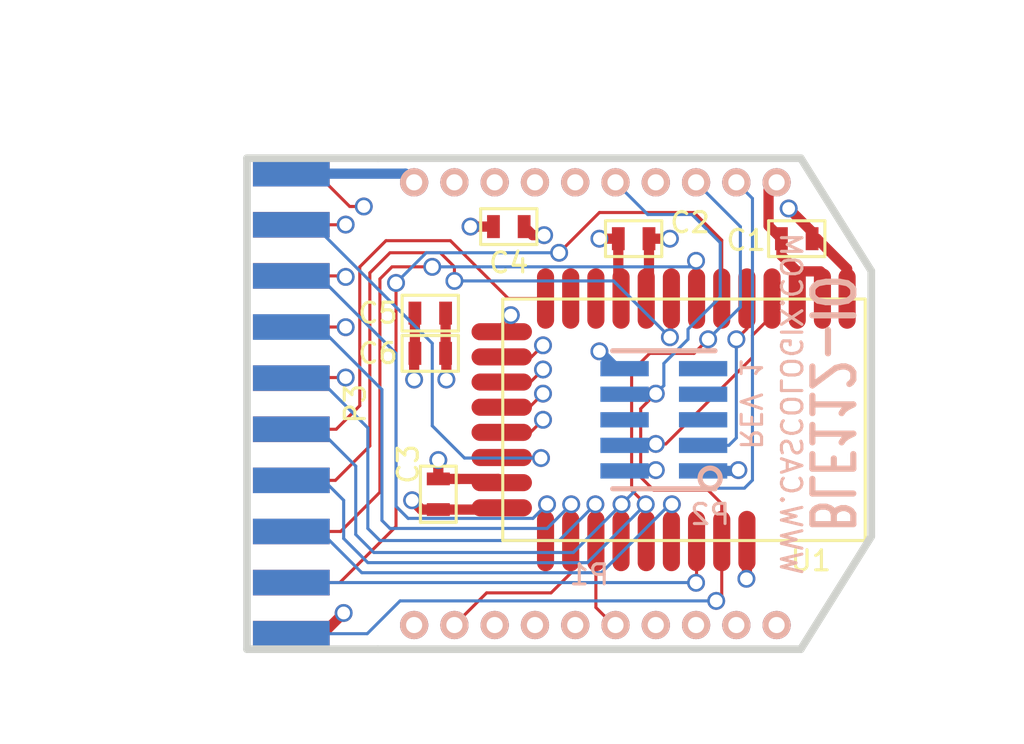
<source format=kicad_pcb>
(kicad_pcb (version 4) (host pcbnew "(after 2015-may-01 BZR unknown)-product")

  (general
    (links 51)
    (no_connects 0)
    (area 83.630933 85.4948 140.030688 124.4512)
    (thickness 1.6002)
    (drawings 16)
    (tracks 300)
    (zones 0)
    (modules 10)
    (nets 42)
  )

  (page USLetter)
  (title_block
    (title "BlueGiga BLE112-IO")
    (date "Thursday, July 09, 2015")
    (rev 1.0)
  )

  (layers
    (0 Front signal)
    (1 Inner2-Pwr.Cu signal hide)
    (2 Inner3-Gnd.Cu signal hide)
    (31 Back signal)
    (32 B.Adhes user)
    (33 F.Adhes user)
    (34 B.Paste user)
    (35 F.Paste user)
    (36 B.SilkS user)
    (37 F.SilkS user)
    (38 B.Mask user)
    (39 F.Mask user)
    (40 Dwgs.User user)
    (41 Cmts.User user)
    (42 Eco1.User user)
    (43 Eco2.User user)
    (44 Edge.Cuts user)
  )

  (setup
    (last_trace_width 0.1524)
    (user_trace_width 0.2032)
    (user_trace_width 0.254)
    (user_trace_width 0.381)
    (user_trace_width 0.508)
    (user_trace_width 0.635)
    (user_trace_width 0.762)
    (user_trace_width 0.889)
    (user_trace_width 1.016)
    (user_trace_width 1.27)
    (user_trace_width 1.524)
    (user_trace_width 2.032)
    (user_trace_width 2.54)
    (trace_clearance 0.1524)
    (zone_clearance 0.254)
    (zone_45_only no)
    (trace_min 0.1524)
    (segment_width 0.254)
    (edge_width 0.381)
    (via_size 0.889)
    (via_drill 0.635)
    (via_min_size 0.889)
    (via_min_drill 0.508)
    (uvia_size 0.508)
    (uvia_drill 0.127)
    (uvias_allowed no)
    (uvia_min_size 0.508)
    (uvia_min_drill 0.127)
    (pcb_text_width 0.3048)
    (pcb_text_size 1.524 2.032)
    (mod_edge_width 0.1524)
    (mod_text_size 1 1)
    (mod_text_width 0.1524)
    (pad_size 0.76 2.4)
    (pad_drill 0)
    (pad_to_mask_clearance 0.254)
    (aux_axis_origin 99 105)
    (grid_origin 99 105)
    (visible_elements 7FFEFFFF)
    (pcbplotparams
      (layerselection 0x010fc_80000007)
      (usegerberextensions true)
      (excludeedgelayer true)
      (linewidth 0.150000)
      (plotframeref false)
      (viasonmask false)
      (mode 1)
      (useauxorigin true)
      (hpglpennumber 1)
      (hpglpenspeed 20)
      (hpglpendiameter 15)
      (hpglpenoverlay 2)
      (psnegative false)
      (psa4output false)
      (plotreference true)
      (plotvalue false)
      (plotinvisibletext false)
      (padsonsilk false)
      (subtractmaskfromsilk false)
      (outputformat 1)
      (mirror false)
      (drillshape 0)
      (scaleselection 1)
      (outputdirectory P:/Engineering_SECURE/Projects/BlueGiga_BLE112_XBee_Module/Hardware/Gerbers/))
  )

  (net 0 "")
  (net 1 GND)
  (net 2 P2_1)
  (net 3 P2_2)
  (net 4 RESET)
  (net 5 +3V3)
  (net 6 "Net-(P1-Pad6)")
  (net 7 "Net-(P1-Pad8)")
  (net 8 "Net-(P1-Pad11)")
  (net 9 "Net-(P1-Pad13)")
  (net 10 "Net-(P1-Pad14)")
  (net 11 "Net-(P1-Pad15)")
  (net 12 "Net-(P1-Pad17)")
  (net 13 "Net-(P1-Pad18)")
  (net 14 "Net-(P1-Pad19)")
  (net 15 "Net-(P1-Pad20)")
  (net 16 "Net-(P1-Pad4)")
  (net 17 "Net-(P1-Pad7)")
  (net 18 "Net-(P1-Pad9)")
  (net 19 "Net-(P2-Pad5)")
  (net 20 "Net-(P2-Pad6)")
  (net 21 "Net-(P2-Pad8)")
  (net 22 "Net-(P2-Pad10)")
  (net 23 P0_5/RT)
  (net 24 P0_4/CT)
  (net 25 P0_3/TX)
  (net 26 P0_2/RX)
  (net 27 P2_0)
  (net 28 P0_0)
  (net 29 P1_7)
  (net 30 P0_1)
  (net 31 P1_6)
  (net 32 P1_5)
  (net 33 P1_4)
  (net 34 P1_3)
  (net 35 P1_2)
  (net 36 P0_6)
  (net 37 P1_1)
  (net 38 P0_7)
  (net 39 P1_0)
  (net 40 USB-)
  (net 41 USB+)

  (net_class Default "This is the default net class."
    (clearance 0.1524)
    (trace_width 0.1524)
    (via_dia 0.889)
    (via_drill 0.635)
    (uvia_dia 0.508)
    (uvia_drill 0.127)
    (add_net "Net-(P1-Pad11)")
    (add_net "Net-(P1-Pad13)")
    (add_net "Net-(P1-Pad14)")
    (add_net "Net-(P1-Pad15)")
    (add_net "Net-(P1-Pad17)")
    (add_net "Net-(P1-Pad18)")
    (add_net "Net-(P1-Pad19)")
    (add_net "Net-(P1-Pad20)")
    (add_net "Net-(P1-Pad4)")
    (add_net "Net-(P1-Pad6)")
    (add_net "Net-(P1-Pad7)")
    (add_net "Net-(P1-Pad8)")
    (add_net "Net-(P1-Pad9)")
    (add_net "Net-(P2-Pad10)")
    (add_net "Net-(P2-Pad5)")
    (add_net "Net-(P2-Pad6)")
    (add_net "Net-(P2-Pad8)")
    (add_net P0_0)
    (add_net P0_1)
    (add_net P0_2/RX)
    (add_net P0_3/TX)
    (add_net P0_4/CT)
    (add_net P0_5/RT)
    (add_net P0_6)
    (add_net P0_7)
    (add_net P1_0)
    (add_net P1_1)
    (add_net P1_2)
    (add_net P1_3)
    (add_net P1_4)
    (add_net P1_5)
    (add_net P1_6)
    (add_net P1_7)
    (add_net P2_0)
    (add_net P2_1)
    (add_net P2_2)
    (add_net RESET)
    (add_net USB+)
    (add_net USB-)
  )

  (net_class Power ""
    (clearance 0.1524)
    (trace_width 0.508)
    (via_dia 0.889)
    (via_drill 0.635)
    (uvia_dia 0.508)
    (uvia_drill 0.127)
    (add_net +3V3)
    (add_net GND)
  )

  (module BLE112 locked (layer Front) (tedit 559F2C33) (tstamp 527FD467)
    (at 120.7 105.8 270)
    (path /52578A70)
    (fp_text reference U1 (at 7 -6.3 540) (layer F.SilkS)
      (effects (font (size 1 1) (thickness 0.1524)))
    )
    (fp_text value BLE112-A (at 0 -11.43 270) (layer F.SilkS) hide
      (effects (font (size 1 1) (thickness 0.1524)))
    )
    (fp_line (start 6 -9) (end -6 -9) (layer F.SilkS) (width 0.1524))
    (fp_line (start -6 -9) (end -6 9) (layer F.SilkS) (width 0.1524))
    (fp_line (start -6 9) (end 6 9) (layer F.SilkS) (width 0.1524))
    (fp_line (start 6 9) (end 6 -9) (layer F.SilkS) (width 0.1524))
    (pad 1 smd oval (at -6.025 -8.1 270) (size 3 0.85) (layers Front F.Paste F.Mask)
      (net 1 GND))
    (pad 2 smd oval (at -6.025 -6.875 270) (size 3 0.85) (layers Front F.Paste F.Mask)
      (net 5 +3V3))
    (pad 3 smd oval (at -6.025 -5.625 270) (size 3 0.85) (layers Front F.Paste F.Mask)
      (net 5 +3V3))
    (pad 4 smd oval (at -6.025 -4.375 270) (size 3 0.85) (layers Front F.Paste F.Mask)
      (net 3 P2_2))
    (pad 5 smd oval (at -6.025 -3.125 270) (size 3 0.85) (layers Front F.Paste F.Mask)
      (net 2 P2_1))
    (pad 6 smd oval (at -6.025 -1.875 270) (size 3 0.85) (layers Front F.Paste F.Mask)
      (net 27 P2_0))
    (pad 7 smd oval (at -6.025 -0.625 270) (size 3 0.85) (layers Front F.Paste F.Mask)
      (net 29 P1_7))
    (pad 8 smd oval (at -6.025 0.625 270) (size 3 0.85) (layers Front F.Paste F.Mask)
      (net 31 P1_6))
    (pad 9 smd oval (at -6.025 1.875 270) (size 3 0.85) (layers Front F.Paste F.Mask)
      (net 5 +3V3))
    (pad 10 smd oval (at -6.025 3.125 270) (size 3 0.85) (layers Front F.Paste F.Mask)
      (net 1 GND))
    (pad 11 smd oval (at -6.025 4.375 270) (size 3 0.85) (layers Front F.Paste F.Mask)
      (net 41 USB+))
    (pad 12 smd oval (at -6.025 5.625 270) (size 3 0.85) (layers Front F.Paste F.Mask)
      (net 40 USB-))
    (pad 13 smd oval (at -6.025 6.875 270) (size 3 0.85) (layers Front F.Paste F.Mask)
      (net 32 P1_5))
    (pad 14 smd oval (at -4.375 9.05 270) (size 0.85 3) (layers Front F.Paste F.Mask)
      (net 33 P1_4))
    (pad 15 smd oval (at -3.125 9.05 270) (size 0.85 3) (layers Front F.Paste F.Mask)
      (net 34 P1_3))
    (pad 16 smd oval (at -1.875 9.05 270) (size 0.85 3) (layers Front F.Paste F.Mask)
      (net 35 P1_2))
    (pad 17 smd oval (at -0.625 9.05 270) (size 0.85 3) (layers Front F.Paste F.Mask)
      (net 37 P1_1))
    (pad 18 smd oval (at 0.625 9.05 270) (size 0.85 3) (layers Front F.Paste F.Mask)
      (net 39 P1_0))
    (pad 19 smd oval (at 1.875 9.05 270) (size 0.85 3) (layers Front F.Paste F.Mask)
      (net 38 P0_7))
    (pad 20 smd oval (at 3.125 9.05 270) (size 0.85 3) (layers Front F.Paste F.Mask)
      (net 5 +3V3))
    (pad 21 smd oval (at 4.375 9.05 270) (size 0.85 3) (layers Front F.Paste F.Mask)
      (net 1 GND))
    (pad 22 smd oval (at 6.025 6.875 270) (size 3 0.85) (layers Front F.Paste F.Mask)
      (net 36 P0_6))
    (pad 23 smd oval (at 6.025 5.625 270) (size 3 0.85) (layers Front F.Paste F.Mask)
      (net 23 P0_5/RT))
    (pad 24 smd oval (at 6.025 4.375 270) (size 3 0.85) (layers Front F.Paste F.Mask)
      (net 24 P0_4/CT))
    (pad 25 smd oval (at 6.025 3.125 270) (size 3 0.85) (layers Front F.Paste F.Mask)
      (net 25 P0_3/TX))
    (pad 26 smd oval (at 6.025 1.875 270) (size 3 0.85) (layers Front F.Paste F.Mask)
      (net 26 P0_2/RX))
    (pad 27 smd oval (at 6.025 0.625 270) (size 3 0.85) (layers Front F.Paste F.Mask)
      (net 30 P0_1))
    (pad 28 smd oval (at 6.025 -0.625 270) (size 3 0.85) (layers Front F.Paste F.Mask)
      (net 28 P0_0))
    (pad 29 smd oval (at 6.025 -1.875 270) (size 3 0.85) (layers Front F.Paste F.Mask)
      (net 4 RESET))
    (pad 30 smd oval (at 6.025 -3.125 270) (size 3 0.85) (layers Front F.Paste F.Mask)
      (net 1 GND))
    (model C:/Engineering/KiCAD_Libraries/3D/Modules/VRML/BLE112.wrl
      (at (xyz 0 0 0.005))
      (scale (xyz 1 1 1))
      (rotate (xyz 0 0 0.005))
    )
  )

  (module HEADER_XBEE (layer Back) (tedit 559F3172) (tstamp 54542454)
    (at 125.3 105 90)
    (path /52660248)
    (fp_text reference P1 (at -8.5 -9.3 180) (layer B.SilkS)
      (effects (font (size 1 1) (thickness 0.1524)) (justify mirror))
    )
    (fp_text value "XBEE HEADER" (at 0 2 90) (layer B.SilkS) hide
      (effects (font (size 1 1) (thickness 0.1524)) (justify mirror))
    )
    (pad 11 thru_hole circle (at -11 -18 90) (size 1.4 1.4) (drill 0.8) (layers *.Cu *.Mask B.SilkS)
      (net 8 "Net-(P1-Pad11)"))
    (pad 12 thru_hole circle (at -11 -16 90) (size 1.4 1.4) (drill 0.8) (layers *.Cu *.Mask B.SilkS)
      (net 23 P0_5/RT))
    (pad 13 thru_hole circle (at -11 -14 90) (size 1.4 1.4) (drill 0.8) (layers *.Cu *.Mask B.SilkS)
      (net 9 "Net-(P1-Pad13)"))
    (pad 14 thru_hole circle (at -11 -12 90) (size 1.4 1.4) (drill 0.8) (layers *.Cu *.Mask B.SilkS)
      (net 10 "Net-(P1-Pad14)"))
    (pad 15 thru_hole circle (at -11 -10 90) (size 1.4 1.4) (drill 0.8) (layers *.Cu *.Mask B.SilkS)
      (net 11 "Net-(P1-Pad15)"))
    (pad 16 thru_hole circle (at -11 -8 90) (size 1.4 1.4) (drill 0.8) (layers *.Cu *.Mask B.SilkS)
      (net 24 P0_4/CT))
    (pad 17 thru_hole circle (at -11 -6 90) (size 1.4 1.4) (drill 0.8) (layers *.Cu *.Mask B.SilkS)
      (net 12 "Net-(P1-Pad17)"))
    (pad 18 thru_hole circle (at -11 -4 90) (size 1.4 1.4) (drill 0.8) (layers *.Cu *.Mask B.SilkS)
      (net 13 "Net-(P1-Pad18)"))
    (pad 19 thru_hole circle (at -11 -2 90) (size 1.4 1.4) (drill 0.8) (layers *.Cu *.Mask B.SilkS)
      (net 14 "Net-(P1-Pad19)"))
    (pad 20 thru_hole circle (at -11 0 90) (size 1.4 1.4) (drill 0.8) (layers *.Cu *.Mask B.SilkS)
      (net 15 "Net-(P1-Pad20)"))
    (pad 1 thru_hole circle (at 11 0 90) (size 1.4 1.4) (drill 0.8) (layers *.Cu *.Mask B.SilkS)
      (net 5 +3V3))
    (pad 2 thru_hole circle (at 11 -2 90) (size 1.4 1.4) (drill 0.8) (layers *.Cu *.Mask B.SilkS)
      (net 25 P0_3/TX))
    (pad 3 thru_hole circle (at 11 -4 90) (size 1.4 1.4) (drill 0.8) (layers *.Cu *.Mask B.SilkS)
      (net 26 P0_2/RX))
    (pad 4 thru_hole circle (at 11 -6 90) (size 1.4 1.4) (drill 0.8) (layers *.Cu *.Mask B.SilkS)
      (net 16 "Net-(P1-Pad4)"))
    (pad 5 thru_hole circle (at 11 -8 90) (size 1.4 1.4) (drill 0.8) (layers *.Cu *.Mask B.SilkS)
      (net 4 RESET))
    (pad 6 thru_hole circle (at 11 -10 90) (size 1.4 1.4) (drill 0.8) (layers *.Cu *.Mask B.SilkS)
      (net 6 "Net-(P1-Pad6)"))
    (pad 7 thru_hole circle (at 11 -12 90) (size 1.4 1.4) (drill 0.8) (layers *.Cu *.Mask B.SilkS)
      (net 17 "Net-(P1-Pad7)"))
    (pad 8 thru_hole circle (at 11 -14 90) (size 1.4 1.4) (drill 0.8) (layers *.Cu *.Mask B.SilkS)
      (net 7 "Net-(P1-Pad8)"))
    (pad 9 thru_hole circle (at 11 -16 90) (size 1.4 1.4) (drill 0.8) (layers *.Cu *.Mask B.SilkS)
      (net 18 "Net-(P1-Pad9)"))
    (pad 10 thru_hole circle (at 11 -18 90) (size 1.4 1.4) (drill 0.8) (layers *.Cu *.Mask B.SilkS)
      (net 1 GND))
    (model C:/Engineering/KiCAD_Libraries/3D/Headers/VRML/HEADER_M_XBEE_ST_AU_PTH.wrl
      (at (xyz 0 0 0))
      (scale (xyz 1 1 1))
      (rotate (xyz 0 0 0))
    )
  )

  (module HEADER_50MIL_2R10P_SMT (layer Back) (tedit 559F3188) (tstamp 544BF52A)
    (at 119.7 105.8 90)
    (tags Header)
    (path /553AE09D)
    (fp_text reference P2 (at -4.7 2.3 360) (layer B.SilkS)
      (effects (font (size 1 1) (thickness 0.1524)) (justify mirror))
    )
    (fp_text value DEBUG (at 0 5.08 90) (layer B.SilkS) hide
      (effects (font (size 1 1) (thickness 0.1524)) (justify mirror))
    )
    (fp_line (start 3.429 2.54) (end 3.429 -2.54) (layer B.SilkS) (width 0.254))
    (fp_line (start -3.429 -2.54) (end -3.429 2.54) (layer B.SilkS) (width 0.254))
    (pad 1 smd rect (at -2.54 -1.95 90) (size 0.76 2.4) (layers Back B.Paste B.Mask)
      (net 1 GND))
    (pad 2 smd rect (at -2.54 1.95 90) (size 0.76 2.4) (layers Back B.Paste B.Mask)
      (net 5 +3V3))
    (pad 3 smd rect (at -1.27 -1.95 90) (size 0.76 2.4) (layers Back B.Paste B.Mask)
      (net 3 P2_2))
    (pad 4 smd rect (at -1.27 1.95 90) (size 0.76 2.4) (layers Back B.Paste B.Mask)
      (net 2 P2_1))
    (pad 5 smd rect (at 0 -1.95 90) (size 0.76 2.4) (layers Back B.Paste B.Mask)
      (net 19 "Net-(P2-Pad5)"))
    (pad 6 smd rect (at 0 1.95 90) (size 0.76 2.4) (layers Back B.Paste B.Mask)
      (net 20 "Net-(P2-Pad6)"))
    (pad 7 smd rect (at 1.27 -1.95 90) (size 0.76 2.4) (layers Back B.Paste B.Mask)
      (net 4 RESET))
    (pad 8 smd rect (at 1.27 1.95 90) (size 0.76 2.4) (layers Back B.Paste B.Mask)
      (net 21 "Net-(P2-Pad8)"))
    (pad 9 smd rect (at 2.54 -1.95 90) (size 0.76 2.4) (layers Back B.Paste B.Mask)
      (net 5 +3V3))
    (pad 10 smd rect (at 2.54 1.95 90) (size 0.76 2.4) (layers Back B.Paste B.Mask)
      (net 22 "Net-(P2-Pad10)"))
    (model C:/Engineering/KiCAD_Libraries/3D/Headers/VRML/HEADER_M_1.27MM_2R10P_ST_AU_SMT.wrl
      (at (xyz 0 0 0))
      (scale (xyz 1 1 1))
      (rotate (xyz 0 0 0))
    )
  )

  (module C0603 (layer Front) (tedit 559F3117) (tstamp 52772932)
    (at 108.1 102.5 180)
    (path /52771E69)
    (attr smd)
    (fp_text reference C6 (at 2.6 0 180) (layer F.SilkS)
      (effects (font (size 1 1) (thickness 0.1524)))
    )
    (fp_text value 0.47u (at 0 1.524 180) (layer F.SilkS) hide
      (effects (font (size 1 1) (thickness 0.1524)))
    )
    (fp_line (start -1.397 -0.889) (end 1.397 -0.889) (layer F.SilkS) (width 0.1524))
    (fp_line (start 1.397 -0.889) (end 1.397 0.889) (layer F.SilkS) (width 0.1524))
    (fp_line (start 1.397 0.889) (end -1.397 0.889) (layer F.SilkS) (width 0.1524))
    (fp_line (start -1.397 0.889) (end -1.397 -0.889) (layer F.SilkS) (width 0.1524))
    (pad 1 smd rect (at -0.762 0 180) (size 0.635 1.143) (layers Front F.Paste F.Mask)
      (net 5 +3V3))
    (pad 2 smd rect (at 0.762 0 180) (size 0.635 1.143) (layers Front F.Paste F.Mask)
      (net 1 GND))
    (model C:/Engineering/KiCAD_Libraries/3D/Discrete/Passive/Capacitors/VRML/C0603.wrl
      (at (xyz 0 0 0.005))
      (scale (xyz 1 1 1))
      (rotate (xyz 0 0 0))
    )
  )

  (module C0603 (layer Front) (tedit 559F3113) (tstamp 52772926)
    (at 108.1 100.5 180)
    (path /52660266)
    (attr smd)
    (fp_text reference C5 (at 2.6 0 180) (layer F.SilkS)
      (effects (font (size 1 1) (thickness 0.1524)))
    )
    (fp_text value 4.7u (at 0 1.524 180) (layer F.SilkS) hide
      (effects (font (size 1 1) (thickness 0.1524)))
    )
    (fp_line (start -1.397 -0.889) (end 1.397 -0.889) (layer F.SilkS) (width 0.1524))
    (fp_line (start 1.397 -0.889) (end 1.397 0.889) (layer F.SilkS) (width 0.1524))
    (fp_line (start 1.397 0.889) (end -1.397 0.889) (layer F.SilkS) (width 0.1524))
    (fp_line (start -1.397 0.889) (end -1.397 -0.889) (layer F.SilkS) (width 0.1524))
    (pad 1 smd rect (at -0.762 0 180) (size 0.635 1.143) (layers Front F.Paste F.Mask)
      (net 5 +3V3))
    (pad 2 smd rect (at 0.762 0 180) (size 0.635 1.143) (layers Front F.Paste F.Mask)
      (net 1 GND))
    (model C:/Engineering/KiCAD_Libraries/3D/Discrete/Passive/Capacitors/VRML/C0603.wrl
      (at (xyz 0 0 0.005))
      (scale (xyz 1 1 1))
      (rotate (xyz 0 0 0))
    )
  )

  (module C0603 (layer Front) (tedit 559F311D) (tstamp 5277291A)
    (at 112 96.2)
    (path /5266027A)
    (attr smd)
    (fp_text reference C4 (at 0 1.8) (layer F.SilkS)
      (effects (font (size 1 1) (thickness 0.1524)))
    )
    (fp_text value 4.7u (at 0 1.524) (layer F.SilkS) hide
      (effects (font (size 1 1) (thickness 0.1524)))
    )
    (fp_line (start -1.397 -0.889) (end 1.397 -0.889) (layer F.SilkS) (width 0.1524))
    (fp_line (start 1.397 -0.889) (end 1.397 0.889) (layer F.SilkS) (width 0.1524))
    (fp_line (start 1.397 0.889) (end -1.397 0.889) (layer F.SilkS) (width 0.1524))
    (fp_line (start -1.397 0.889) (end -1.397 -0.889) (layer F.SilkS) (width 0.1524))
    (pad 1 smd rect (at -0.762 0) (size 0.635 1.143) (layers Front F.Paste F.Mask)
      (net 5 +3V3))
    (pad 2 smd rect (at 0.762 0) (size 0.635 1.143) (layers Front F.Paste F.Mask)
      (net 1 GND))
    (model C:/Engineering/KiCAD_Libraries/3D/Discrete/Passive/Capacitors/VRML/C0603.wrl
      (at (xyz 0 0 0.005))
      (scale (xyz 1 1 1))
      (rotate (xyz 0 0 0))
    )
  )

  (module C0603 (layer Front) (tedit 559F315E) (tstamp 5277290E)
    (at 108.5 109.5 270)
    (path /52771F7A)
    (attr smd)
    (fp_text reference C3 (at -1.5 1.5 270) (layer F.SilkS)
      (effects (font (size 1 1) (thickness 0.1524)))
    )
    (fp_text value 1u (at 0 1.524 270) (layer F.SilkS) hide
      (effects (font (size 1 1) (thickness 0.1524)))
    )
    (fp_line (start -1.397 -0.889) (end 1.397 -0.889) (layer F.SilkS) (width 0.1524))
    (fp_line (start 1.397 -0.889) (end 1.397 0.889) (layer F.SilkS) (width 0.1524))
    (fp_line (start 1.397 0.889) (end -1.397 0.889) (layer F.SilkS) (width 0.1524))
    (fp_line (start -1.397 0.889) (end -1.397 -0.889) (layer F.SilkS) (width 0.1524))
    (pad 1 smd rect (at -0.762 0 270) (size 0.635 1.143) (layers Front F.Paste F.Mask)
      (net 5 +3V3))
    (pad 2 smd rect (at 0.762 0 270) (size 0.635 1.143) (layers Front F.Paste F.Mask)
      (net 1 GND))
    (model C:/Engineering/KiCAD_Libraries/3D/Discrete/Passive/Capacitors/VRML/C0603.wrl
      (at (xyz 0 0 0.005))
      (scale (xyz 1 1 1))
      (rotate (xyz 0 0 0))
    )
  )

  (module C0603 (layer Front) (tedit 559F3151) (tstamp 52772902)
    (at 118.2 96.8 180)
    (path /52771F6F)
    (attr smd)
    (fp_text reference C2 (at -2.8 0.8 180) (layer F.SilkS)
      (effects (font (size 1 1) (thickness 0.1524)))
    )
    (fp_text value 1u (at 0 1.524 180) (layer F.SilkS) hide
      (effects (font (size 1 1) (thickness 0.1524)))
    )
    (fp_line (start -1.397 -0.889) (end 1.397 -0.889) (layer F.SilkS) (width 0.1524))
    (fp_line (start 1.397 -0.889) (end 1.397 0.889) (layer F.SilkS) (width 0.1524))
    (fp_line (start 1.397 0.889) (end -1.397 0.889) (layer F.SilkS) (width 0.1524))
    (fp_line (start -1.397 0.889) (end -1.397 -0.889) (layer F.SilkS) (width 0.1524))
    (pad 1 smd rect (at -0.762 0 180) (size 0.635 1.143) (layers Front F.Paste F.Mask)
      (net 5 +3V3))
    (pad 2 smd rect (at 0.762 0 180) (size 0.635 1.143) (layers Front F.Paste F.Mask)
      (net 1 GND))
    (model C:/Engineering/KiCAD_Libraries/3D/Discrete/Passive/Capacitors/VRML/C0603.wrl
      (at (xyz 0 0 0.005))
      (scale (xyz 1 1 1))
      (rotate (xyz 0 0 0))
    )
  )

  (module C0603 (layer Front) (tedit 5478BD8B) (tstamp 527728F6)
    (at 126.3 96.8)
    (path /52771F50)
    (attr smd)
    (fp_text reference C1 (at -2.512 0.08) (layer F.SilkS)
      (effects (font (size 1 1) (thickness 0.1524)))
    )
    (fp_text value 1u (at 0 1.524) (layer F.SilkS) hide
      (effects (font (size 1 1) (thickness 0.1524)))
    )
    (fp_line (start -1.397 -0.889) (end 1.397 -0.889) (layer F.SilkS) (width 0.1524))
    (fp_line (start 1.397 -0.889) (end 1.397 0.889) (layer F.SilkS) (width 0.1524))
    (fp_line (start 1.397 0.889) (end -1.397 0.889) (layer F.SilkS) (width 0.1524))
    (fp_line (start -1.397 0.889) (end -1.397 -0.889) (layer F.SilkS) (width 0.1524))
    (pad 1 smd rect (at -0.762 0) (size 0.635 1.143) (layers Front F.Paste F.Mask)
      (net 5 +3V3))
    (pad 2 smd rect (at 0.762 0) (size 0.635 1.143) (layers Front F.Paste F.Mask)
      (net 1 GND))
    (model C:/Engineering/KiCAD_Libraries/3D/Discrete/Passive/Capacitors/VRML/C0603.wrl
      (at (xyz 0 0 0.005))
      (scale (xyz 1 1 1))
      (rotate (xyz 0 0 0))
    )
  )

  (module Header:HEADER_100MIL_2R20P_EDGE locked (layer Front) (tedit 559F3162) (tstamp 559EF3AC)
    (at 101.2 105 90)
    (path /559EF5BE)
    (fp_text reference P3 (at 0 3.175 270) (layer F.SilkS)
      (effects (font (size 1 1) (thickness 0.15)))
    )
    (fp_text value HEADER_M_2.54MM_2R20P_ST_AU_PTH (at 0 -3.175 90) (layer F.Fab)
      (effects (font (size 1 1) (thickness 0.15)))
    )
    (pad 1 smd rect (at -11.43 0 90) (size 1.27 3.81) (layers Front F.Paste F.Mask)
      (net 5 +3V3))
    (pad 2 smd rect (at -11.43 0 90) (size 1.27 3.81) (layers Back B.Paste B.Mask)
      (net 4 RESET))
    (pad 3 smd rect (at -8.89 0 90) (size 1.27 3.81) (layers Front F.Paste F.Mask)
      (net 27 P2_0))
    (pad 4 smd rect (at -8.89 0 90) (size 1.27 3.81) (layers Back B.Paste B.Mask)
      (net 28 P0_0))
    (pad 5 smd rect (at -6.35 0 90) (size 1.27 3.81) (layers Front F.Paste F.Mask)
      (net 29 P1_7))
    (pad 6 smd rect (at -6.35 0 90) (size 1.27 3.81) (layers Back B.Paste B.Mask)
      (net 30 P0_1))
    (pad 7 smd rect (at -3.81 0 90) (size 1.27 3.81) (layers Front F.Paste F.Mask)
      (net 31 P1_6))
    (pad 8 smd rect (at -3.81 0 90) (size 1.27 3.81) (layers Back B.Paste B.Mask)
      (net 26 P0_2/RX))
    (pad 9 smd rect (at -1.27 0 90) (size 1.27 3.81) (layers Front F.Paste F.Mask)
      (net 32 P1_5))
    (pad 10 smd rect (at -1.27 0 90) (size 1.27 3.81) (layers Back B.Paste B.Mask)
      (net 25 P0_3/TX))
    (pad 11 smd rect (at 1.27 0 90) (size 1.27 3.81) (layers Front F.Paste F.Mask)
      (net 33 P1_4))
    (pad 12 smd rect (at 1.27 0 90) (size 1.27 3.81) (layers Back B.Paste B.Mask)
      (net 24 P0_4/CT))
    (pad 13 smd rect (at 3.81 0 90) (size 1.27 3.81) (layers Front F.Paste F.Mask)
      (net 34 P1_3))
    (pad 14 smd rect (at 3.81 0 90) (size 1.27 3.81) (layers Back B.Paste B.Mask)
      (net 23 P0_5/RT))
    (pad 15 smd rect (at 6.35 0 90) (size 1.27 3.81) (layers Front F.Paste F.Mask)
      (net 35 P1_2))
    (pad 16 smd rect (at 6.35 0 90) (size 1.27 3.81) (layers Back B.Paste B.Mask)
      (net 36 P0_6))
    (pad 17 smd rect (at 8.89 0 90) (size 1.27 3.81) (layers Front F.Paste F.Mask)
      (net 37 P1_1))
    (pad 18 smd rect (at 8.89 0 90) (size 1.27 3.81) (layers Back B.Paste B.Mask)
      (net 38 P0_7))
    (pad 19 smd rect (at 11.43 0 90) (size 1.27 3.81) (layers Front F.Paste F.Mask)
      (net 39 P1_0))
    (pad 20 smd rect (at 11.43 0 90) (size 1.27 3.81) (layers Back B.Paste B.Mask)
      (net 1 GND))
    (model C:/Engineering/KiCAD_Libraries/3D/Headers/VRML/HEADER_M_2.54MM_2R20P_0.230H_0.120T_ST_AU_PTH.wrl
      (at (xyz 0 0.09 -0.035))
      (scale (xyz 1 1 1))
      (rotate (xyz 90 0 0))
    )
  )

  (dimension 27.5 (width 0.3048) (layer Dwgs.User)
    (gr_text "27.500 mm" (at 112.75 122.825599) (layer Dwgs.User)
      (effects (font (size 2.032 1.524) (thickness 0.3048)))
    )
    (feature1 (pts (xy 126.5 118.2) (xy 126.5 124.451199)))
    (feature2 (pts (xy 99 118.2) (xy 99 124.451199)))
    (crossbar (pts (xy 99 121.199999) (xy 126.5 121.199999)))
    (arrow1a (pts (xy 126.5 121.199999) (xy 125.373496 121.78642)))
    (arrow1b (pts (xy 126.5 121.199999) (xy 125.373496 120.613578)))
    (arrow2a (pts (xy 99 121.199999) (xy 100.126504 121.78642)))
    (arrow2b (pts (xy 99 121.199999) (xy 100.126504 120.613578)))
  )
  (dimension 5.6 (width 0.3048) (layer Dwgs.User)
    (gr_text "5.600 mm" (at 134 105 270) (layer Dwgs.User)
      (effects (font (size 2.032 1.524) (thickness 0.3048)))
    )
    (feature1 (pts (xy 131 98.4) (xy 137.2512 98.4)))
    (feature2 (pts (xy 131 92.8) (xy 137.2512 92.8)))
    (crossbar (pts (xy 134 92.8) (xy 134 98.4)))
    (arrow1a (pts (xy 134 98.4) (xy 133.413579 97.273496)))
    (arrow1b (pts (xy 134 98.4) (xy 134.586421 97.273496)))
    (arrow2a (pts (xy 134 92.8) (xy 133.413579 93.926504)))
    (arrow2b (pts (xy 134 92.8) (xy 134.586421 93.926504)))
  )
  (dimension 24.4 (width 0.3048) (layer Dwgs.User)
    (gr_text "24.400 mm" (at 93.3744 105 90) (layer Dwgs.User)
      (effects (font (size 2.032 1.524) (thickness 0.3048)))
    )
    (feature1 (pts (xy 98 92.8) (xy 91.7488 92.8)))
    (feature2 (pts (xy 98 117.2) (xy 91.7488 117.2)))
    (crossbar (pts (xy 95 117.2) (xy 95 92.8)))
    (arrow1a (pts (xy 95 92.8) (xy 95.586421 93.926504)))
    (arrow1b (pts (xy 95 92.8) (xy 94.413579 93.926504)))
    (arrow2a (pts (xy 95 117.2) (xy 95.586421 116.073496)))
    (arrow2b (pts (xy 95 117.2) (xy 94.413579 116.073496)))
  )
  (dimension 31 (width 0.3048) (layer Dwgs.User)
    (gr_text "31.000 mm" (at 114.5 87.3744) (layer Dwgs.User)
      (effects (font (size 2.032 1.524) (thickness 0.3048)))
    )
    (feature1 (pts (xy 130 92) (xy 130 85.7488)))
    (feature2 (pts (xy 99 92) (xy 99 85.7488)))
    (crossbar (pts (xy 99 89) (xy 130 89)))
    (arrow1a (pts (xy 130 89) (xy 128.873496 89.586421)))
    (arrow1b (pts (xy 130 89) (xy 128.873496 88.413579)))
    (arrow2a (pts (xy 99 89) (xy 100.126504 89.586421)))
    (arrow2b (pts (xy 99 89) (xy 100.126504 88.413579)))
  )
  (gr_line (start 99 117.2) (end 105.5 117.2) (angle 90) (layer Edge.Cuts) (width 0.381))
  (gr_line (start 105.5 92.8) (end 99 92.8) (angle 90) (layer Edge.Cuts) (width 0.381))
  (gr_circle (center 122 108.7) (end 122.5 108.7) (layer B.SilkS) (width 0.254))
  (gr_text "REV 1" (at 124 105 270) (layer B.SilkS)
    (effects (font (size 1.016 1.016) (thickness 0.1524)) (justify mirror))
  )
  (gr_text BLE112-IO (at 128 105 270) (layer B.SilkS)
    (effects (font (size 2.032 1.524) (thickness 0.3048)) (justify mirror))
  )
  (gr_text WWW.CASCOLOGIX.COM (at 126 105 270) (layer B.SilkS)
    (effects (font (size 1.016 1.016) (thickness 0.1524)) (justify mirror))
  )
  (gr_line (start 130 111.6) (end 130 98.4) (angle 90) (layer Edge.Cuts) (width 0.381))
  (gr_line (start 126.5 117.2) (end 130 111.6) (angle 90) (layer Edge.Cuts) (width 0.381))
  (gr_line (start 126.5 92.8) (end 130 98.4) (angle 90) (layer Edge.Cuts) (width 0.381))
  (gr_line (start 105.5 92.8) (end 126.5 92.8) (angle 90) (layer Edge.Cuts) (width 0.381))
  (gr_line (start 105.5 117.2) (end 126.5 117.2) (angle 90) (layer Edge.Cuts) (width 0.381))
  (gr_line (start 99 92.8) (end 99 117.2) (angle 90) (layer Edge.Cuts) (width 0.381))

  (segment (start 101.2 93.57) (end 106.87 93.57) (width 0.508) (layer Back) (net 1))
  (segment (start 106.87 93.57) (end 107.3 94) (width 0.508) (layer Back) (net 1) (tstamp 559F2994))
  (segment (start 123.825 111.825) (end 123.825 113.675) (width 0.508) (layer Front) (net 1))
  (via (at 123.8 113.7) (size 0.889) (layers Front Back) (net 1))
  (segment (start 123.825 113.675) (end 123.8 113.7) (width 0.508) (layer Front) (net 1) (tstamp 559F28B8))
  (segment (start 108.5 110.262) (end 107.662 110.262) (width 0.508) (layer Front) (net 1))
  (via (at 107.2 109.8) (size 0.889) (layers Front Back) (net 1))
  (segment (start 107.662 110.262) (end 107.2 109.8) (width 0.508) (layer Front) (net 1) (tstamp 559F2817))
  (segment (start 117.75 108.34) (end 119.26 108.34) (width 0.508) (layer Back) (net 1))
  (via (at 119.3 108.3) (size 0.889) (layers Front Back) (net 1))
  (segment (start 119.26 108.34) (end 119.3 108.3) (width 0.508) (layer Back) (net 1) (tstamp 559F271A))
  (segment (start 112.762 96.2) (end 113.188 96.626) (width 0.508) (layer Front) (net 1))
  (via (at 113.755 96.626) (size 0.889) (layers Front Back) (net 1))
  (segment (start 113.188 96.626) (end 113.755 96.626) (width 0.508) (layer Front) (net 1) (tstamp 544BF6C6))
  (segment (start 128.8 99.775) (end 128.8 98.3) (width 0.508) (layer Front) (net 1))
  (segment (start 127.3 96.8) (end 127.062 96.8) (width 0.508) (layer Front) (net 1) (tstamp 5281B2BD))
  (segment (start 128.8 98.3) (end 127.3 96.8) (width 0.508) (layer Front) (net 1) (tstamp 5281B2B5))
  (segment (start 127.062 96.8) (end 127.062 96.462) (width 0.508) (layer Front) (net 1))
  (segment (start 111.65 110.175) (end 111.563 110.262) (width 0.508) (layer Front) (net 1))
  (segment (start 111.563 110.262) (end 108.5 110.262) (width 0.508) (layer Front) (net 1) (tstamp 527FD9C6))
  (segment (start 107.338 102.5) (end 107.3 102.538) (width 0.508) (layer Front) (net 1))
  (via (at 107.3 103.8) (size 0.889) (layers Front Back) (net 1))
  (segment (start 107.3 102.538) (end 107.3 103.8) (width 0.508) (layer Front) (net 1) (tstamp 527FD9C2))
  (segment (start 107.338 102.5) (end 107.338 100.5) (width 0.508) (layer Front) (net 1))
  (segment (start 117.438 96.8) (end 116.5 96.8) (width 0.508) (layer Front) (net 1))
  (via (at 116.5 96.8) (size 0.889) (layers Front Back) (net 1))
  (segment (start 117.575 99.775) (end 117.438 99.638) (width 0.508) (layer Front) (net 1))
  (segment (start 117.438 99.638) (end 117.438 96.8) (width 0.508) (layer Front) (net 1) (tstamp 527FD98F))
  (via (at 125.9 95.3) (size 0.889) (layers Front Back) (net 1))
  (segment (start 127.062 96.462) (end 125.9 95.3) (width 0.508) (layer Front) (net 1) (tstamp 5281B2A6))
  (segment (start 123.825 99.775) (end 123.825 101.275) (width 0.1524) (layer Front) (net 2))
  (segment (start 123.825 101.275) (end 123.3 101.8) (width 0.1524) (layer Front) (net 2) (tstamp 559F289E))
  (via (at 123.3 101.8) (size 0.889) (layers Front Back) (net 2))
  (segment (start 123.3 101.8) (end 123.3 106.7) (width 0.1524) (layer Back) (net 2) (tstamp 559F28A0))
  (segment (start 123.3 106.7) (end 122.93 107.07) (width 0.1524) (layer Back) (net 2) (tstamp 559F28A1))
  (segment (start 122.93 107.07) (end 121.65 107.07) (width 0.1524) (layer Back) (net 2) (tstamp 559F28A2))
  (segment (start 125.075 99.775) (end 125.075 100.625) (width 0.1524) (layer Front) (net 3))
  (segment (start 125.075 100.625) (end 124.1 101.6) (width 0.1524) (layer Front) (net 3) (tstamp 559F2A08))
  (segment (start 119.23 107.07) (end 119.3 107) (width 0.1524) (layer Back) (net 3) (tstamp 559F2730))
  (via (at 119.3 107) (size 0.889) (layers Front Back) (net 3))
  (segment (start 119.3 107) (end 119.8 107) (width 0.1524) (layer Front) (net 3) (tstamp 559F2733))
  (segment (start 117.75 107.07) (end 119.23 107.07) (width 0.1524) (layer Back) (net 3))
  (segment (start 124.1 102.7) (end 119.8 107) (width 0.1524) (layer Front) (net 3) (tstamp 559F2A0B))
  (segment (start 124.1 101.6) (end 124.1 102.7) (width 0.1524) (layer Front) (net 3) (tstamp 559F2A0A))
  (segment (start 125.1 99.8) (end 125.075 99.775) (width 0.1524) (layer Front) (net 3) (tstamp 559F2736))
  (segment (start 125.075 100.927) (end 125.075 99.775) (width 0.1524) (layer Front) (net 3) (tstamp 544C204D))
  (segment (start 120.2 102.5) (end 119.7 103) (width 0.1524) (layer Back) (net 4))
  (segment (start 118.9 95.6) (end 121.1 95.6) (width 0.1524) (layer Back) (net 4) (tstamp 559F29F1))
  (segment (start 121.1 95.6) (end 122.5 97) (width 0.1524) (layer Back) (net 4) (tstamp 559F29F3))
  (segment (start 122.5 97) (end 122.5 99.7) (width 0.1524) (layer Back) (net 4) (tstamp 559F29F5))
  (segment (start 122.5 99.7) (end 120.9 101.3) (width 0.1524) (layer Back) (net 4) (tstamp 559F29F7))
  (segment (start 120.9 101.3) (end 120.9 101.8) (width 0.1524) (layer Back) (net 4) (tstamp 559F29F9))
  (segment (start 120.9 101.8) (end 120.2 102.5) (width 0.1524) (layer Back) (net 4) (tstamp 559F29FB))
  (segment (start 117.3 94) (end 118.9 95.6) (width 0.1524) (layer Back) (net 4))
  (segment (start 119.7 104.1) (end 119.3 104.5) (width 0.1524) (layer Back) (net 4) (tstamp 559F2A2C))
  (segment (start 119.7 103) (end 119.7 104.1) (width 0.1524) (layer Back) (net 4) (tstamp 559F2A2B))
  (segment (start 117.75 104.53) (end 119.27 104.53) (width 0.1524) (layer Back) (net 4))
  (segment (start 119.27 104.53) (end 119.3 104.5) (width 0.1524) (layer Back) (net 4) (tstamp 559F29C3))
  (segment (start 122.575 109.975) (end 122.575 111.825) (width 0.1524) (layer Front) (net 4))
  (segment (start 118.55 105.25) (end 118.55 108.65) (width 0.1524) (layer Front) (net 4) (tstamp 559F29C7))
  (segment (start 119.3 104.5) (end 118.55 105.25) (width 0.1524) (layer Front) (net 4) (tstamp 559F29C6))
  (via (at 119.3 104.5) (size 0.889) (layers Front Back) (net 4))
  (segment (start 122.575 109.975) (end 121.9 109.3) (width 0.1524) (layer Front) (net 4) (tstamp 559F2741))
  (segment (start 121.9 109.3) (end 119.2 109.3) (width 0.1524) (layer Front) (net 4) (tstamp 559F2742))
  (segment (start 119.2 109.3) (end 118.55 108.65) (width 0.1524) (layer Front) (net 4) (tstamp 559F2744))
  (segment (start 101.2 116.43) (end 104.97 116.43) (width 0.1524) (layer Back) (net 4))
  (segment (start 122.575 114.525) (end 122.575 111.825) (width 0.1524) (layer Front) (net 4) (tstamp 559F275F))
  (segment (start 122.3 114.8) (end 122.575 114.525) (width 0.1524) (layer Front) (net 4) (tstamp 559F275E))
  (via (at 122.3 114.8) (size 0.889) (layers Front Back) (net 4))
  (segment (start 106.6 114.8) (end 122.3 114.8) (width 0.1524) (layer Back) (net 4) (tstamp 559F275A))
  (segment (start 104.97 116.43) (end 106.6 114.8) (width 0.1524) (layer Back) (net 4) (tstamp 559F2758))
  (segment (start 122.518 111.768) (end 122.575 111.825) (width 0.1524) (layer Front) (net 4) (tstamp 544BF5CE))
  (segment (start 117.3 94) (end 117.27 94) (width 0.1524) (layer Back) (net 4))
  (segment (start 117.75 103.26) (end 117.36 103.26) (width 0.508) (layer Back) (net 5))
  (segment (start 117.36 103.26) (end 116.5 102.4) (width 0.508) (layer Back) (net 5) (tstamp 559F2A26))
  (via (at 116.5 102.4) (size 0.889) (layers Front Back) (net 5))
  (segment (start 101.2 116.43) (end 102.77 116.43) (width 0.508) (layer Front) (net 5))
  (segment (start 102.77 116.43) (end 103.8 115.4) (width 0.508) (layer Front) (net 5) (tstamp 559F2768))
  (via (at 103.8 115.4) (size 0.889) (layers Front Back) (net 5))
  (segment (start 121.65 108.34) (end 123.36 108.34) (width 0.508) (layer Back) (net 5))
  (via (at 123.4 108.3) (size 0.889) (layers Front Back) (net 5))
  (segment (start 123.36 108.34) (end 123.4 108.3) (width 0.508) (layer Back) (net 5) (tstamp 559F270F))
  (segment (start 108.5 108.738) (end 108.5 107.8) (width 0.508) (layer Front) (net 5))
  (via (at 108.5 107.8) (size 0.889) (layers Front Back) (net 5))
  (segment (start 108.862 102.5) (end 108.9 102.538) (width 0.508) (layer Front) (net 5))
  (segment (start 108.9 102.538) (end 108.9 103.8) (width 0.508) (layer Front) (net 5) (tstamp 55451076))
  (via (at 108.9 103.8) (size 0.889) (layers Front Back) (net 5))
  (segment (start 118.962 96.8) (end 120 96.8) (width 0.508) (layer Front) (net 5))
  (via (at 120 96.8) (size 0.889) (layers Front Back) (net 5))
  (segment (start 125.538 96.8) (end 124.9 96.162) (width 0.508) (layer Front) (net 5))
  (segment (start 124.9 96.162) (end 124.9 94.4) (width 0.508) (layer Front) (net 5) (tstamp 55451056))
  (segment (start 124.9 94.4) (end 125.3 94) (width 0.508) (layer Front) (net 5) (tstamp 5545105B))
  (segment (start 111.238 96.2) (end 110.1 96.2) (width 0.508) (layer Front) (net 5))
  (via (at 110.1 96.2) (size 0.889) (layers Front Back) (net 5))
  (segment (start 125.538 96.8) (end 125.538 97.638) (width 0.508) (layer Front) (net 5))
  (segment (start 125.538 97.638) (end 126.325 98.425) (width 0.508) (layer Front) (net 5) (tstamp 5281B2A0))
  (segment (start 126.325 98.425) (end 126.325 99.775) (width 0.508) (layer Front) (net 5) (tstamp 5281B2A4))
  (segment (start 127.575 99.775) (end 127.575 98.525) (width 0.508) (layer Front) (net 5))
  (segment (start 127.575 98.525) (end 127.475 98.425) (width 0.508) (layer Front) (net 5) (tstamp 527FDBA8))
  (segment (start 127.475 98.425) (end 126.325 98.425) (width 0.508) (layer Front) (net 5) (tstamp 527FDB99))
  (segment (start 126.325 98.425) (end 126.325 99.775) (width 0.508) (layer Front) (net 5) (tstamp 527FDBA0))
  (segment (start 108.5 108.738) (end 109.5 108.738) (width 0.508) (layer Front) (net 5))
  (segment (start 109.5 108.738) (end 111.463 108.738) (width 0.508) (layer Front) (net 5) (tstamp 527FD9D1))
  (segment (start 111.463 108.738) (end 111.65 108.925) (width 0.508) (layer Front) (net 5) (tstamp 527FD9C9))
  (segment (start 118.962 96.8) (end 118.962 99.638) (width 0.508) (layer Front) (net 5))
  (segment (start 118.962 99.638) (end 118.825 99.775) (width 0.508) (layer Front) (net 5) (tstamp 527FD988))
  (segment (start 126.325 99.775) (end 126.325 98.425) (width 0.508) (layer Front) (net 5))
  (segment (start 108.862 102.5) (end 108.862 100.5) (width 0.508) (layer Front) (net 5))
  (segment (start 101.2 101.19) (end 102.59 101.19) (width 0.1524) (layer Back) (net 23))
  (segment (start 102.59 101.19) (end 105.7 104.3) (width 0.1524) (layer Back) (net 23) (tstamp 559F27E6))
  (segment (start 105.7 104.3) (end 105.7 110.8) (width 0.1524) (layer Back) (net 23) (tstamp 559F27E8))
  (segment (start 105.7 110.8) (end 106.1 111.2) (width 0.1524) (layer Back) (net 23) (tstamp 559F27EA))
  (segment (start 106.1 111.2) (end 113.9 111.2) (width 0.1524) (layer Back) (net 23) (tstamp 559F27EB))
  (segment (start 113.9 111.2) (end 115.1 110) (width 0.1524) (layer Back) (net 23) (tstamp 559F27EC))
  (via (at 115.1 110) (size 0.889) (layers Front Back) (net 23))
  (segment (start 115.1 110) (end 115.075 110.025) (width 0.1524) (layer Front) (net 23) (tstamp 559F27F0))
  (segment (start 115.075 110.025) (end 115.075 111.825) (width 0.1524) (layer Front) (net 23) (tstamp 559F27F1))
  (segment (start 109.3 116) (end 110.9 114.4) (width 0.1524) (layer Front) (net 23))
  (segment (start 115.075 113.425) (end 115.075 111.825) (width 0.1524) (layer Front) (net 23) (tstamp 55451113))
  (segment (start 114.1 114.4) (end 115.075 113.425) (width 0.1524) (layer Front) (net 23) (tstamp 55451111))
  (segment (start 110.9 114.4) (end 114.1 114.4) (width 0.1524) (layer Front) (net 23) (tstamp 55451109))
  (segment (start 101.2 103.73) (end 102.53 103.73) (width 0.1524) (layer Back) (net 24))
  (segment (start 102.53 103.73) (end 105 106.2) (width 0.1524) (layer Back) (net 24) (tstamp 559F27D8))
  (segment (start 105 106.2) (end 105 111.2) (width 0.1524) (layer Back) (net 24) (tstamp 559F27DA))
  (segment (start 105 111.2) (end 105.6 111.8) (width 0.1524) (layer Back) (net 24) (tstamp 559F27DC))
  (segment (start 105.6 111.8) (end 114.5 111.8) (width 0.1524) (layer Back) (net 24) (tstamp 559F27DD))
  (segment (start 114.5 111.8) (end 116.3 110) (width 0.1524) (layer Back) (net 24) (tstamp 559F27DE))
  (via (at 116.3 110) (size 0.889) (layers Front Back) (net 24))
  (segment (start 116.3 110) (end 116.325 110.025) (width 0.1524) (layer Front) (net 24) (tstamp 559F27E2))
  (segment (start 116.325 110.025) (end 116.325 111.825) (width 0.1524) (layer Front) (net 24) (tstamp 559F27E3))
  (segment (start 116.325 115.125) (end 116.325 111.825) (width 0.1524) (layer Front) (net 24))
  (segment (start 117.3 116) (end 117.2 116) (width 0.1524) (layer Front) (net 24))
  (segment (start 117.2 116) (end 116.325 115.125) (width 0.1524) (layer Front) (net 24) (tstamp 52842001))
  (segment (start 121.1 109.2) (end 123.7 109.2) (width 0.1524) (layer Back) (net 25))
  (segment (start 121.1 109.2) (end 118.4 109.2) (width 0.1524) (layer Back) (net 25) (tstamp 559F2824))
  (segment (start 117.6 110) (end 118.4 109.2) (width 0.1524) (layer Back) (net 25) (tstamp 559F2826))
  (segment (start 123.7 109.2) (end 124.1 108.8) (width 0.1524) (layer Back) (net 25) (tstamp 559F28C0))
  (segment (start 123.3 94) (end 123.3 94) (width 0.1524) (layer Back) (net 25))
  (segment (start 123.3 94) (end 124.1 94.8) (width 0.1524) (layer Back) (net 25) (tstamp 559F281C))
  (segment (start 124.1 94.8) (end 124.1 108.8) (width 0.1524) (layer Back) (net 25) (tstamp 559F281E))
  (segment (start 101.2 106.27) (end 102.57 106.27) (width 0.1524) (layer Back) (net 25))
  (segment (start 102.57 106.27) (end 104.4 108.1) (width 0.1524) (layer Back) (net 25) (tstamp 559F2798))
  (segment (start 104.4 108.1) (end 104.4 111.5) (width 0.1524) (layer Back) (net 25) (tstamp 559F279A))
  (segment (start 104.4 111.5) (end 105.295198 112.395198) (width 0.1524) (layer Back) (net 25) (tstamp 559F279C))
  (segment (start 105.295198 112.395198) (end 115.204802 112.395198) (width 0.1524) (layer Back) (net 25) (tstamp 559F279D))
  (segment (start 115.204802 112.395198) (end 117.6 110) (width 0.1524) (layer Back) (net 25) (tstamp 559F279F))
  (via (at 117.6 110) (size 0.889) (layers Front Back) (net 25))
  (segment (start 117.6 110) (end 117.575 110.025) (width 0.1524) (layer Front) (net 25) (tstamp 559F27A3))
  (segment (start 117.575 110.025) (end 117.575 111.825) (width 0.1524) (layer Front) (net 25) (tstamp 559F27A4))
  (segment (start 121.3 94) (end 123.5 96.2) (width 0.1524) (layer Back) (net 26))
  (segment (start 118.1 109.3) (end 118.8 110) (width 0.1524) (layer Front) (net 26) (tstamp 559F29DA))
  (segment (start 118.1 103.4) (end 118.1 109.3) (width 0.1524) (layer Front) (net 26) (tstamp 559F29D8))
  (segment (start 119 102.5) (end 118.1 103.4) (width 0.1524) (layer Front) (net 26) (tstamp 559F29D6))
  (segment (start 121.2 102.5) (end 119 102.5) (width 0.1524) (layer Front) (net 26) (tstamp 559F29D4))
  (segment (start 121.9 101.8) (end 121.2 102.5) (width 0.1524) (layer Front) (net 26) (tstamp 559F29D3))
  (via (at 121.9 101.8) (size 0.889) (layers Front Back) (net 26))
  (segment (start 123.5 100.2) (end 121.9 101.8) (width 0.1524) (layer Back) (net 26) (tstamp 559F29D0))
  (segment (start 123.5 96.2) (end 123.5 100.2) (width 0.1524) (layer Back) (net 26) (tstamp 559F29CE))
  (segment (start 101.2 108.81) (end 102.81 108.81) (width 0.1524) (layer Back) (net 26))
  (segment (start 102.81 108.81) (end 103.8 109.8) (width 0.1524) (layer Back) (net 26) (tstamp 559F2782))
  (segment (start 103.8 109.8) (end 103.8 111.7) (width 0.1524) (layer Back) (net 26) (tstamp 559F2784))
  (segment (start 103.8 111.7) (end 105 112.9) (width 0.1524) (layer Back) (net 26) (tstamp 559F2786))
  (segment (start 105 112.9) (end 115.9 112.9) (width 0.1524) (layer Back) (net 26) (tstamp 559F2788))
  (segment (start 115.9 112.9) (end 118.8 110) (width 0.1524) (layer Back) (net 26) (tstamp 559F278A))
  (via (at 118.8 110) (size 0.889) (layers Front Back) (net 26))
  (segment (start 118.8 110) (end 118.825 110.025) (width 0.1524) (layer Front) (net 26) (tstamp 559F278E))
  (segment (start 118.825 110.025) (end 118.825 111.825) (width 0.1524) (layer Front) (net 26) (tstamp 559F278F))
  (segment (start 122.575 99.775) (end 122.575 96.875) (width 0.1524) (layer Front) (net 27))
  (segment (start 106.4 99) (end 106.4 111.1) (width 0.1524) (layer Front) (net 27) (tstamp 559F285C))
  (segment (start 106.4 111.1) (end 103.61 113.89) (width 0.1524) (layer Front) (net 27) (tstamp 559F284A))
  (segment (start 103.61 113.89) (end 101.2 113.89) (width 0.1524) (layer Front) (net 27) (tstamp 559F284C))
  (segment (start 107.9 97.5) (end 106.4 99) (width 0.1524) (layer Back) (net 27) (tstamp 559F2856))
  (via (at 106.4 99) (size 0.889) (layers Front Back) (net 27))
  (segment (start 114.5 97.5) (end 107.9 97.5) (width 0.1524) (layer Back) (net 27))
  (via (at 114.5 97.5) (size 0.889) (layers Front Back) (net 27))
  (segment (start 116.5 95.5) (end 114.5 97.5) (width 0.1524) (layer Front) (net 27) (tstamp 559F29EC))
  (segment (start 121.2 95.5) (end 116.5 95.5) (width 0.1524) (layer Front) (net 27) (tstamp 559F29EA))
  (segment (start 122.575 96.875) (end 121.2 95.5) (width 0.1524) (layer Front) (net 27) (tstamp 559F29E8))
  (segment (start 101.2 113.89) (end 121.29 113.89) (width 0.1524) (layer Back) (net 28))
  (segment (start 121.325 113.875) (end 121.325 111.825) (width 0.1524) (layer Front) (net 28) (tstamp 559F2771))
  (segment (start 121.3 113.9) (end 121.325 113.875) (width 0.1524) (layer Front) (net 28) (tstamp 559F2770))
  (via (at 121.3 113.9) (size 0.889) (layers Front Back) (net 28))
  (segment (start 121.29 113.89) (end 121.3 113.9) (width 0.1524) (layer Back) (net 28) (tstamp 559F276D))
  (segment (start 121.325 99.775) (end 121.325 97.925) (width 0.1524) (layer Front) (net 29))
  (segment (start 103.65 111.35) (end 101.2 111.35) (width 0.1524) (layer Front) (net 29) (tstamp 559F286C))
  (segment (start 105.6 109.4) (end 103.65 111.35) (width 0.1524) (layer Front) (net 29) (tstamp 559F286A))
  (segment (start 105.6 98.8) (end 105.6 109.4) (width 0.1524) (layer Front) (net 29) (tstamp 559F2869))
  (segment (start 106.2 98.2) (end 105.6 98.8) (width 0.1524) (layer Front) (net 29) (tstamp 559F2867))
  (segment (start 108.2 98.2) (end 106.2 98.2) (width 0.1524) (layer Front) (net 29) (tstamp 559F2866))
  (via (at 108.2 98.2) (size 0.889) (layers Front Back) (net 29))
  (segment (start 121 98.2) (end 108.2 98.2) (width 0.1524) (layer Back) (net 29) (tstamp 559F2863))
  (segment (start 121.3 97.9) (end 121 98.2) (width 0.1524) (layer Back) (net 29) (tstamp 559F2862))
  (via (at 121.3 97.9) (size 0.889) (layers Front Back) (net 29))
  (segment (start 121.325 97.925) (end 121.3 97.9) (width 0.1524) (layer Front) (net 29) (tstamp 559F285F))
  (segment (start 101.2 111.35) (end 102.65 111.35) (width 0.1524) (layer Back) (net 30))
  (segment (start 102.65 111.35) (end 104.7 113.4) (width 0.1524) (layer Back) (net 30) (tstamp 559F2775))
  (segment (start 104.7 113.4) (end 116.6 113.4) (width 0.1524) (layer Back) (net 30) (tstamp 559F2777))
  (segment (start 116.6 113.4) (end 120 110) (width 0.1524) (layer Back) (net 30) (tstamp 559F2779))
  (segment (start 120 110) (end 120.1 110) (width 0.1524) (layer Back) (net 30) (tstamp 559F277B))
  (via (at 120.1 110) (size 0.889) (layers Front Back) (net 30))
  (segment (start 120.1 110) (end 120.075 110.025) (width 0.1524) (layer Front) (net 30) (tstamp 559F277E))
  (segment (start 120.075 110.025) (end 120.075 111.825) (width 0.1524) (layer Front) (net 30) (tstamp 559F277F))
  (segment (start 120.075 99.775) (end 120.075 101.625) (width 0.1524) (layer Front) (net 31))
  (segment (start 103.39 108.81) (end 101.2 108.81) (width 0.1524) (layer Front) (net 31) (tstamp 559F2883))
  (segment (start 105.1 107.1) (end 103.39 108.81) (width 0.1524) (layer Front) (net 31) (tstamp 559F2881))
  (segment (start 105.1 98.5) (end 105.1 107.1) (width 0.1524) (layer Front) (net 31) (tstamp 559F287F))
  (segment (start 106.1 97.5) (end 105.1 98.5) (width 0.1524) (layer Front) (net 31) (tstamp 559F287D))
  (segment (start 108.6 97.5) (end 106.1 97.5) (width 0.1524) (layer Front) (net 31) (tstamp 559F287B))
  (segment (start 109.3 98.2) (end 108.6 97.5) (width 0.1524) (layer Front) (net 31) (tstamp 559F2879))
  (segment (start 109.3 98.9) (end 109.3 98.2) (width 0.1524) (layer Front) (net 31) (tstamp 559F2878))
  (via (at 109.3 98.9) (size 0.889) (layers Front Back) (net 31))
  (segment (start 117.2 98.9) (end 109.3 98.9) (width 0.1524) (layer Back) (net 31) (tstamp 559F2874))
  (segment (start 120 101.7) (end 117.2 98.9) (width 0.1524) (layer Back) (net 31) (tstamp 559F2873))
  (via (at 120 101.7) (size 0.889) (layers Front Back) (net 31))
  (segment (start 120.075 101.625) (end 120 101.7) (width 0.1524) (layer Front) (net 31) (tstamp 559F2870))
  (segment (start 113.825 99.775) (end 111.975 99.775) (width 0.1524) (layer Front) (net 32))
  (segment (start 103.43 106.27) (end 101.2 106.27) (width 0.1524) (layer Front) (net 32) (tstamp 559F2891))
  (segment (start 104.6 105.1) (end 103.43 106.27) (width 0.1524) (layer Front) (net 32) (tstamp 559F288F))
  (segment (start 104.6 98.2) (end 104.6 105.1) (width 0.1524) (layer Front) (net 32) (tstamp 559F288D))
  (segment (start 105.9 96.9) (end 104.6 98.2) (width 0.1524) (layer Front) (net 32) (tstamp 559F288B))
  (segment (start 109.1 96.9) (end 105.9 96.9) (width 0.1524) (layer Front) (net 32) (tstamp 559F2889))
  (segment (start 111.975 99.775) (end 109.1 96.9) (width 0.1524) (layer Front) (net 32) (tstamp 559F2887))
  (segment (start 111.65 101.425) (end 111.65 101.05) (width 0.1524) (layer Front) (net 33))
  (segment (start 111.65 101.05) (end 112.1 100.6) (width 0.1524) (layer Front) (net 33) (tstamp 559F291B))
  (via (at 112.1 100.6) (size 0.889) (layers Front Back) (net 33))
  (segment (start 112.1 100.6) (end 110.8 101.9) (width 0.1524) (layer Inner2-Pwr.Cu) (net 33) (tstamp 559F291E))
  (segment (start 101.23 103.7) (end 103.9 103.7) (width 0.1524) (layer Front) (net 33))
  (segment (start 105.7 101.9) (end 103.9 103.7) (width 0.1524) (layer Inner2-Pwr.Cu) (net 33) (tstamp 559F28ED))
  (via (at 103.9 103.7) (size 0.889) (layers Front Back) (net 33))
  (segment (start 110.8 101.9) (end 105.7 101.9) (width 0.1524) (layer Inner2-Pwr.Cu) (net 33) (tstamp 559F2921))
  (segment (start 101.23 103.7) (end 101.2 103.73) (width 0.1524) (layer Front) (net 33) (tstamp 559F28FF))
  (segment (start 111.65 102.675) (end 113.125 102.675) (width 0.1524) (layer Front) (net 34))
  (segment (start 113.125 102.675) (end 113.7 102.1) (width 0.1524) (layer Front) (net 34) (tstamp 559F2924))
  (via (at 113.7 102.1) (size 0.889) (layers Front Back) (net 34))
  (segment (start 113.7 102.1) (end 113.7 100.9) (width 0.1524) (layer Inner2-Pwr.Cu) (net 34) (tstamp 559F2926))
  (segment (start 113.7 100.9) (end 112.7 99.9) (width 0.1524) (layer Inner2-Pwr.Cu) (net 34) (tstamp 559F2927))
  (segment (start 112.7 99.9) (end 111.2 99.9) (width 0.1524) (layer Inner2-Pwr.Cu) (net 34) (tstamp 559F2929))
  (segment (start 111.2 99.9) (end 109.9 101.2) (width 0.1524) (layer Inner2-Pwr.Cu) (net 34) (tstamp 559F292B))
  (segment (start 109.9 101.2) (end 103.9 101.2) (width 0.1524) (layer Inner2-Pwr.Cu) (net 34) (tstamp 559F292C))
  (via (at 103.9 101.2) (size 0.889) (layers Front Back) (net 34))
  (segment (start 103.9 101.2) (end 103.89 101.19) (width 0.1524) (layer Front) (net 34) (tstamp 559F2930))
  (segment (start 103.89 101.19) (end 101.2 101.19) (width 0.1524) (layer Front) (net 34) (tstamp 559F2931))
  (segment (start 111.65 103.925) (end 113.075 103.925) (width 0.1524) (layer Front) (net 35))
  (segment (start 113.075 103.925) (end 113.7 103.3) (width 0.1524) (layer Front) (net 35) (tstamp 559F2934))
  (via (at 113.7 103.3) (size 0.889) (layers Front Back) (net 35))
  (segment (start 113.7 103.3) (end 114.4 102.6) (width 0.1524) (layer Inner2-Pwr.Cu) (net 35) (tstamp 559F2937))
  (segment (start 114.4 102.6) (end 114.4 100.8) (width 0.1524) (layer Inner2-Pwr.Cu) (net 35) (tstamp 559F2938))
  (segment (start 114.4 100.8) (end 112.9 99.3) (width 0.1524) (layer Inner2-Pwr.Cu) (net 35) (tstamp 559F293A))
  (segment (start 112.9 99.3) (end 110.6 99.3) (width 0.1524) (layer Inner2-Pwr.Cu) (net 35) (tstamp 559F293C))
  (segment (start 110.6 99.3) (end 110.1 99.8) (width 0.1524) (layer Inner2-Pwr.Cu) (net 35) (tstamp 559F293E))
  (segment (start 110.1 99.8) (end 105 99.8) (width 0.1524) (layer Inner2-Pwr.Cu) (net 35) (tstamp 559F2940))
  (segment (start 105 99.8) (end 103.9 98.7) (width 0.1524) (layer Inner2-Pwr.Cu) (net 35) (tstamp 559F2942))
  (via (at 103.9 98.7) (size 0.889) (layers Front Back) (net 35))
  (segment (start 103.9 98.7) (end 103.85 98.65) (width 0.1524) (layer Front) (net 35) (tstamp 559F2945))
  (segment (start 103.85 98.65) (end 101.2 98.65) (width 0.1524) (layer Front) (net 35) (tstamp 559F2946))
  (segment (start 101.2 98.65) (end 102.55 98.65) (width 0.1524) (layer Back) (net 36))
  (segment (start 102.55 98.65) (end 106.4 102.5) (width 0.1524) (layer Back) (net 36) (tstamp 559F27F4))
  (segment (start 106.4 102.5) (end 106.4 110.1) (width 0.1524) (layer Back) (net 36) (tstamp 559F27F6))
  (segment (start 106.4 110.1) (end 107 110.7) (width 0.1524) (layer Back) (net 36) (tstamp 559F27F8))
  (segment (start 107 110.7) (end 113.2 110.7) (width 0.1524) (layer Back) (net 36) (tstamp 559F27F9))
  (segment (start 113.2 110.7) (end 113.9 110) (width 0.1524) (layer Back) (net 36) (tstamp 559F27FA))
  (via (at 113.9 110) (size 0.889) (layers Front Back) (net 36))
  (segment (start 113.9 110) (end 113.825 110.075) (width 0.1524) (layer Front) (net 36) (tstamp 559F27FE))
  (segment (start 113.825 110.075) (end 113.825 111.825) (width 0.1524) (layer Front) (net 36) (tstamp 559F27FF))
  (segment (start 111.65 105.175) (end 113.025 105.175) (width 0.1524) (layer Front) (net 37))
  (segment (start 113.025 105.175) (end 113.7 104.5) (width 0.1524) (layer Front) (net 37) (tstamp 559F2949))
  (via (at 113.7 104.5) (size 0.889) (layers Front Back) (net 37))
  (segment (start 113.7 104.5) (end 115 103.2) (width 0.1524) (layer Inner2-Pwr.Cu) (net 37) (tstamp 559F294D))
  (segment (start 115 103.2) (end 115 100.5) (width 0.1524) (layer Inner2-Pwr.Cu) (net 37) (tstamp 559F294E))
  (segment (start 115 100.5) (end 112.1 97.6) (width 0.1524) (layer Inner2-Pwr.Cu) (net 37) (tstamp 559F2950))
  (segment (start 112.1 97.6) (end 109.2 97.6) (width 0.1524) (layer Inner2-Pwr.Cu) (net 37) (tstamp 559F2952))
  (segment (start 109.2 97.6) (end 107.7 96.1) (width 0.1524) (layer Inner2-Pwr.Cu) (net 37) (tstamp 559F2954))
  (segment (start 107.7 96.1) (end 103.9 96.1) (width 0.1524) (layer Inner2-Pwr.Cu) (net 37) (tstamp 559F2956))
  (via (at 103.9 96.1) (size 0.889) (layers Front Back) (net 37))
  (segment (start 103.9 96.1) (end 103.89 96.11) (width 0.1524) (layer Front) (net 37) (tstamp 559F295A))
  (segment (start 103.89 96.11) (end 101.2 96.11) (width 0.1524) (layer Front) (net 37) (tstamp 559F295B))
  (segment (start 101.2 96.11) (end 102.31 96.11) (width 0.1524) (layer Back) (net 38))
  (segment (start 102.31 96.11) (end 108.2 102) (width 0.1524) (layer Back) (net 38) (tstamp 559F2802))
  (segment (start 108.2 102) (end 108.2 106.1) (width 0.1524) (layer Back) (net 38) (tstamp 559F2804))
  (segment (start 108.2 106.1) (end 109.8 107.7) (width 0.1524) (layer Back) (net 38) (tstamp 559F2806))
  (segment (start 109.8 107.7) (end 113.6 107.7) (width 0.1524) (layer Back) (net 38) (tstamp 559F2808))
  (via (at 113.6 107.7) (size 0.889) (layers Front Back) (net 38))
  (segment (start 113.6 107.7) (end 113.575 107.675) (width 0.1524) (layer Front) (net 38) (tstamp 559F280C))
  (segment (start 113.575 107.675) (end 111.65 107.675) (width 0.1524) (layer Front) (net 38) (tstamp 559F280D))
  (segment (start 111.65 106.425) (end 113.075 106.425) (width 0.1524) (layer Front) (net 39))
  (segment (start 113.075 106.425) (end 113.7 105.8) (width 0.1524) (layer Front) (net 39) (tstamp 559F297A))
  (via (at 113.7 105.8) (size 0.889) (layers Front Back) (net 39))
  (segment (start 113.7 105.8) (end 114.9 104.6) (width 0.1524) (layer Inner2-Pwr.Cu) (net 39) (tstamp 559F297D))
  (segment (start 114.9 104.6) (end 114.9 104.1) (width 0.1524) (layer Inner2-Pwr.Cu) (net 39) (tstamp 559F297E))
  (segment (start 114.9 104.1) (end 115.6 103.4) (width 0.1524) (layer Inner2-Pwr.Cu) (net 39) (tstamp 559F297F))
  (segment (start 115.6 103.4) (end 115.6 100.1) (width 0.1524) (layer Inner2-Pwr.Cu) (net 39) (tstamp 559F2980))
  (segment (start 115.6 100.1) (end 112.5 97) (width 0.1524) (layer Inner2-Pwr.Cu) (net 39) (tstamp 559F2982))
  (segment (start 112.5 97) (end 109.7 97) (width 0.1524) (layer Inner2-Pwr.Cu) (net 39) (tstamp 559F2984))
  (segment (start 109.7 97) (end 107.9 95.2) (width 0.1524) (layer Inner2-Pwr.Cu) (net 39) (tstamp 559F2986))
  (segment (start 107.9 95.2) (end 104.8 95.2) (width 0.1524) (layer Inner2-Pwr.Cu) (net 39) (tstamp 559F2988))
  (via (at 104.8 95.2) (size 0.889) (layers Front Back) (net 39))
  (segment (start 104.8 95.2) (end 104.2 95.2) (width 0.1524) (layer Front) (net 39) (tstamp 559F298C))
  (segment (start 104.2 95.2) (end 104.1 95.2) (width 0.1524) (layer Front) (net 39) (tstamp 559F298D))
  (segment (start 104.1 95.2) (end 102.47 93.57) (width 0.1524) (layer Front) (net 39) (tstamp 559F298E))
  (segment (start 102.47 93.57) (end 101.2 93.57) (width 0.1524) (layer Front) (net 39) (tstamp 559F298F))

  (zone (net 1) (net_name GND) (layer Inner3-Gnd.Cu) (tstamp 527FDEFA) (hatch edge 0.508)
    (connect_pads (clearance 0.254))
    (min_thickness 0.254)
    (fill yes (arc_segments 16) (thermal_gap 0.508) (thermal_bridge_width 0.508))
    (polygon
      (pts
        (xy 124.3 117.2) (xy 99.15 117.2) (xy 99.15 92.8) (xy 126.5 92.8) (xy 130 98.4)
        (xy 130 101.4) (xy 124.3 101.4)
      )
    )
    (filled_polygon
      (pts
        (xy 129.4285 101.273) (xy 124.173 101.273) (xy 124.173 108.009111) (xy 124.125643 107.894498) (xy 124.125643 101.636518)
        (xy 124.000233 101.333002) (xy 123.768219 101.100583) (xy 123.464923 100.974643) (xy 123.136518 100.974357) (xy 122.833002 101.099767)
        (xy 122.600583 101.331781) (xy 122.600122 101.33289) (xy 122.368219 101.100583) (xy 122.125643 100.999856) (xy 122.125643 97.736518)
        (xy 122.000233 97.433002) (xy 121.768219 97.200583) (xy 121.464923 97.074643) (xy 121.136518 97.074357) (xy 120.833002 97.199767)
        (xy 120.825643 97.207113) (xy 120.825643 96.636518) (xy 120.700233 96.333002) (xy 120.468219 96.100583) (xy 120.164923 95.974643)
        (xy 119.836518 95.974357) (xy 119.533002 96.099767) (xy 119.300583 96.331781) (xy 119.174643 96.635077) (xy 119.174357 96.963482)
        (xy 119.299767 97.266998) (xy 119.531781 97.499417) (xy 119.835077 97.625357) (xy 120.163482 97.625643) (xy 120.466998 97.500233)
        (xy 120.699417 97.268219) (xy 120.825357 96.964923) (xy 120.825643 96.636518) (xy 120.825643 97.207113) (xy 120.600583 97.431781)
        (xy 120.474643 97.735077) (xy 120.474357 98.063482) (xy 120.599767 98.366998) (xy 120.831781 98.599417) (xy 121.135077 98.725357)
        (xy 121.463482 98.725643) (xy 121.766998 98.600233) (xy 121.999417 98.368219) (xy 122.125357 98.064923) (xy 122.125643 97.736518)
        (xy 122.125643 100.999856) (xy 122.064923 100.974643) (xy 121.736518 100.974357) (xy 121.433002 101.099767) (xy 121.200583 101.331781)
        (xy 121.074643 101.635077) (xy 121.074357 101.963482) (xy 121.199767 102.266998) (xy 121.431781 102.499417) (xy 121.735077 102.625357)
        (xy 122.063482 102.625643) (xy 122.366998 102.500233) (xy 122.599417 102.268219) (xy 122.599877 102.267109) (xy 122.831781 102.499417)
        (xy 123.135077 102.625357) (xy 123.463482 102.625643) (xy 123.766998 102.500233) (xy 123.999417 102.268219) (xy 124.125357 101.964923)
        (xy 124.125643 101.636518) (xy 124.125643 107.894498) (xy 124.100233 107.833002) (xy 123.868219 107.600583) (xy 123.564923 107.474643)
        (xy 123.236518 107.474357) (xy 122.933002 107.599767) (xy 122.700583 107.831781) (xy 122.574643 108.135077) (xy 122.574357 108.463482)
        (xy 122.699767 108.766998) (xy 122.931781 108.999417) (xy 123.235077 109.125357) (xy 123.563482 109.125643) (xy 123.866998 109.000233)
        (xy 124.099417 108.768219) (xy 124.173 108.591012) (xy 124.173 115.344424) (xy 123.913137 115.084107) (xy 123.515968 114.919188)
        (xy 123.125397 114.918847) (xy 123.125643 114.636518) (xy 123.000233 114.333002) (xy 122.768219 114.100583) (xy 122.464923 113.974643)
        (xy 122.136518 113.974357) (xy 122.125431 113.978937) (xy 122.125643 113.736518) (xy 122.000233 113.433002) (xy 121.768219 113.200583)
        (xy 121.464923 113.074643) (xy 121.136518 113.074357) (xy 120.925643 113.161488) (xy 120.925643 109.836518) (xy 120.825643 109.594499)
        (xy 120.825643 101.536518) (xy 120.700233 101.233002) (xy 120.468219 101.000583) (xy 120.164923 100.874643) (xy 119.836518 100.874357)
        (xy 119.533002 100.999767) (xy 119.300583 101.231781) (xy 119.174643 101.535077) (xy 119.174357 101.863482) (xy 119.299767 102.166998)
        (xy 119.531781 102.399417) (xy 119.835077 102.525357) (xy 120.163482 102.525643) (xy 120.466998 102.400233) (xy 120.699417 102.168219)
        (xy 120.825357 101.864923) (xy 120.825643 101.536518) (xy 120.825643 109.594499) (xy 120.800233 109.533002) (xy 120.568219 109.300583)
        (xy 120.264923 109.174643) (xy 120.125643 109.174521) (xy 120.125643 106.836518) (xy 120.125643 104.336518) (xy 120.000233 104.033002)
        (xy 119.768219 103.800583) (xy 119.464923 103.674643) (xy 119.136518 103.674357) (xy 118.833002 103.799767) (xy 118.600583 104.031781)
        (xy 118.474643 104.335077) (xy 118.474357 104.663482) (xy 118.599767 104.966998) (xy 118.831781 105.199417) (xy 119.135077 105.325357)
        (xy 119.463482 105.325643) (xy 119.766998 105.200233) (xy 119.999417 104.968219) (xy 120.125357 104.664923) (xy 120.125643 104.336518)
        (xy 120.125643 106.836518) (xy 120.000233 106.533002) (xy 119.768219 106.300583) (xy 119.464923 106.174643) (xy 119.136518 106.174357)
        (xy 118.833002 106.299767) (xy 118.600583 106.531781) (xy 118.474643 106.835077) (xy 118.474357 107.163482) (xy 118.599767 107.466998)
        (xy 118.831781 107.699417) (xy 119.135077 107.825357) (xy 119.463482 107.825643) (xy 119.766998 107.700233) (xy 119.999417 107.468219)
        (xy 120.125357 107.164923) (xy 120.125643 106.836518) (xy 120.125643 109.174521) (xy 119.936518 109.174357) (xy 119.633002 109.299767)
        (xy 119.449884 109.482565) (xy 119.268219 109.300583) (xy 118.964923 109.174643) (xy 118.636518 109.174357) (xy 118.333002 109.299767)
        (xy 118.199971 109.432565) (xy 118.068219 109.300583) (xy 117.764923 109.174643) (xy 117.436518 109.174357) (xy 117.325643 109.220169)
        (xy 117.325643 102.236518) (xy 117.200233 101.933002) (xy 116.968219 101.700583) (xy 116.664923 101.574643) (xy 116.336518 101.574357)
        (xy 116.033002 101.699767) (xy 115.800583 101.931781) (xy 115.674643 102.235077) (xy 115.674357 102.563482) (xy 115.799767 102.866998)
        (xy 116.031781 103.099417) (xy 116.335077 103.225357) (xy 116.663482 103.225643) (xy 116.966998 103.100233) (xy 117.199417 102.868219)
        (xy 117.325357 102.564923) (xy 117.325643 102.236518) (xy 117.325643 109.220169) (xy 117.133002 109.299767) (xy 116.949884 109.482565)
        (xy 116.768219 109.300583) (xy 116.464923 109.174643) (xy 116.136518 109.174357) (xy 115.833002 109.299767) (xy 115.699971 109.432565)
        (xy 115.568219 109.300583) (xy 115.325643 109.199856) (xy 115.325643 97.336518) (xy 115.200233 97.033002) (xy 114.968219 96.800583)
        (xy 114.664923 96.674643) (xy 114.336518 96.674357) (xy 114.033002 96.799767) (xy 113.800583 97.031781) (xy 113.674643 97.335077)
        (xy 113.674357 97.663482) (xy 113.799767 97.966998) (xy 114.031781 98.199417) (xy 114.335077 98.325357) (xy 114.663482 98.325643)
        (xy 114.966998 98.200233) (xy 115.199417 97.968219) (xy 115.325357 97.664923) (xy 115.325643 97.336518) (xy 115.325643 109.199856)
        (xy 115.264923 109.174643) (xy 114.936518 109.174357) (xy 114.633002 109.299767) (xy 114.525643 109.406937) (xy 114.525643 105.636518)
        (xy 114.400233 105.333002) (xy 114.217434 105.149884) (xy 114.399417 104.968219) (xy 114.525357 104.664923) (xy 114.525643 104.336518)
        (xy 114.400233 104.033002) (xy 114.267434 103.899971) (xy 114.399417 103.768219) (xy 114.525357 103.464923) (xy 114.525643 103.136518)
        (xy 114.400233 102.833002) (xy 114.267434 102.699971) (xy 114.399417 102.568219) (xy 114.525357 102.264923) (xy 114.525643 101.936518)
        (xy 114.400233 101.633002) (xy 114.168219 101.400583) (xy 113.864923 101.274643) (xy 113.536518 101.274357) (xy 113.233002 101.399767)
        (xy 113.000583 101.631781) (xy 112.925643 101.812255) (xy 112.925643 100.436518) (xy 112.800233 100.133002) (xy 112.568219 99.900583)
        (xy 112.264923 99.774643) (xy 111.936518 99.774357) (xy 111.633002 99.899767) (xy 111.400583 100.131781) (xy 111.274643 100.435077)
        (xy 111.274357 100.763482) (xy 111.399767 101.066998) (xy 111.631781 101.299417) (xy 111.935077 101.425357) (xy 112.263482 101.425643)
        (xy 112.566998 101.300233) (xy 112.799417 101.068219) (xy 112.925357 100.764923) (xy 112.925643 100.436518) (xy 112.925643 101.812255)
        (xy 112.874643 101.935077) (xy 112.874357 102.263482) (xy 112.999767 102.566998) (xy 113.132565 102.700028) (xy 113.000583 102.831781)
        (xy 112.874643 103.135077) (xy 112.874357 103.463482) (xy 112.999767 103.766998) (xy 113.132565 103.900028) (xy 113.000583 104.031781)
        (xy 112.874643 104.335077) (xy 112.874357 104.663482) (xy 112.999767 104.966998) (xy 113.182565 105.150115) (xy 113.000583 105.331781)
        (xy 112.874643 105.635077) (xy 112.874357 105.963482) (xy 112.999767 106.266998) (xy 113.231781 106.499417) (xy 113.535077 106.625357)
        (xy 113.863482 106.625643) (xy 114.166998 106.500233) (xy 114.399417 106.268219) (xy 114.525357 105.964923) (xy 114.525643 105.636518)
        (xy 114.525643 109.406937) (xy 114.499971 109.432565) (xy 114.425643 109.358107) (xy 114.425643 107.536518) (xy 114.300233 107.233002)
        (xy 114.068219 107.000583) (xy 113.764923 106.874643) (xy 113.436518 106.874357) (xy 113.133002 106.999767) (xy 112.900583 107.231781)
        (xy 112.774643 107.535077) (xy 112.774357 107.863482) (xy 112.899767 108.166998) (xy 113.131781 108.399417) (xy 113.435077 108.525357)
        (xy 113.763482 108.525643) (xy 114.066998 108.400233) (xy 114.299417 108.168219) (xy 114.425357 107.864923) (xy 114.425643 107.536518)
        (xy 114.425643 109.358107) (xy 114.368219 109.300583) (xy 114.064923 109.174643) (xy 113.736518 109.174357) (xy 113.433002 109.299767)
        (xy 113.200583 109.531781) (xy 113.074643 109.835077) (xy 113.074357 110.163482) (xy 113.199767 110.466998) (xy 113.431781 110.699417)
        (xy 113.735077 110.825357) (xy 114.063482 110.825643) (xy 114.366998 110.700233) (xy 114.500028 110.567434) (xy 114.631781 110.699417)
        (xy 114.935077 110.825357) (xy 115.263482 110.825643) (xy 115.566998 110.700233) (xy 115.700028 110.567434) (xy 115.831781 110.699417)
        (xy 116.135077 110.825357) (xy 116.463482 110.825643) (xy 116.766998 110.700233) (xy 116.950115 110.517434) (xy 117.131781 110.699417)
        (xy 117.435077 110.825357) (xy 117.763482 110.825643) (xy 118.066998 110.700233) (xy 118.200028 110.567434) (xy 118.331781 110.699417)
        (xy 118.635077 110.825357) (xy 118.963482 110.825643) (xy 119.266998 110.700233) (xy 119.450115 110.517434) (xy 119.631781 110.699417)
        (xy 119.935077 110.825357) (xy 120.263482 110.825643) (xy 120.566998 110.700233) (xy 120.799417 110.468219) (xy 120.925357 110.164923)
        (xy 120.925643 109.836518) (xy 120.925643 113.161488) (xy 120.833002 113.199767) (xy 120.600583 113.431781) (xy 120.474643 113.735077)
        (xy 120.474357 114.063482) (xy 120.599767 114.366998) (xy 120.831781 114.599417) (xy 121.135077 114.725357) (xy 121.463482 114.725643)
        (xy 121.474568 114.721062) (xy 121.474395 114.919151) (xy 121.085919 114.918813) (xy 120.688463 115.083038) (xy 120.384107 115.386863)
        (xy 120.299996 115.589422) (xy 120.216962 115.388463) (xy 119.913137 115.084107) (xy 119.515968 114.919188) (xy 119.085919 114.918813)
        (xy 118.688463 115.083038) (xy 118.384107 115.386863) (xy 118.299996 115.589422) (xy 118.216962 115.388463) (xy 117.913137 115.084107)
        (xy 117.515968 114.919188) (xy 117.085919 114.918813) (xy 116.688463 115.083038) (xy 116.384107 115.386863) (xy 116.299996 115.589422)
        (xy 116.216962 115.388463) (xy 115.913137 115.084107) (xy 115.515968 114.919188) (xy 115.085919 114.918813) (xy 114.688463 115.083038)
        (xy 114.384107 115.386863) (xy 114.299996 115.589422) (xy 114.216962 115.388463) (xy 113.913137 115.084107) (xy 113.515968 114.919188)
        (xy 113.085919 114.918813) (xy 112.688463 115.083038) (xy 112.384107 115.386863) (xy 112.299996 115.589422) (xy 112.216962 115.388463)
        (xy 111.913137 115.084107) (xy 111.515968 114.919188) (xy 111.085919 114.918813) (xy 110.925643 114.985037) (xy 110.925643 96.036518)
        (xy 110.800233 95.733002) (xy 110.568219 95.500583) (xy 110.264923 95.374643) (xy 109.936518 95.374357) (xy 109.633002 95.499767)
        (xy 109.400583 95.731781) (xy 109.274643 96.035077) (xy 109.274357 96.363482) (xy 109.399767 96.666998) (xy 109.631781 96.899417)
        (xy 109.935077 97.025357) (xy 110.263482 97.025643) (xy 110.566998 96.900233) (xy 110.799417 96.668219) (xy 110.925357 96.364923)
        (xy 110.925643 96.036518) (xy 110.925643 114.985037) (xy 110.688463 115.083038) (xy 110.384107 115.386863) (xy 110.299996 115.589422)
        (xy 110.216962 115.388463) (xy 110.125643 115.296984) (xy 110.125643 98.736518) (xy 110.000233 98.433002) (xy 109.768219 98.200583)
        (xy 109.464923 98.074643) (xy 109.136518 98.074357) (xy 109.02557 98.120199) (xy 109.025643 98.036518) (xy 108.900233 97.733002)
        (xy 108.668219 97.500583) (xy 108.364923 97.374643) (xy 108.055669 97.374373) (xy 108.055669 94.935275) (xy 107.3 94.179605)
        (xy 106.544331 94.935275) (xy 106.606169 95.171042) (xy 107.107122 95.347419) (xy 107.63744 95.318664) (xy 107.993831 95.171042)
        (xy 108.055669 94.935275) (xy 108.055669 97.374373) (xy 108.036518 97.374357) (xy 107.733002 97.499767) (xy 107.500583 97.731781)
        (xy 107.374643 98.035077) (xy 107.374357 98.363482) (xy 107.499767 98.666998) (xy 107.731781 98.899417) (xy 108.035077 99.025357)
        (xy 108.363482 99.025643) (xy 108.474429 98.9798) (xy 108.474357 99.063482) (xy 108.599767 99.366998) (xy 108.831781 99.599417)
        (xy 109.135077 99.725357) (xy 109.463482 99.725643) (xy 109.766998 99.600233) (xy 109.999417 99.368219) (xy 110.125357 99.064923)
        (xy 110.125643 98.736518) (xy 110.125643 115.296984) (xy 109.913137 115.084107) (xy 109.725643 115.006252) (xy 109.725643 103.636518)
        (xy 109.600233 103.333002) (xy 109.368219 103.100583) (xy 109.064923 102.974643) (xy 108.736518 102.974357) (xy 108.433002 103.099767)
        (xy 108.200583 103.331781) (xy 108.074643 103.635077) (xy 108.074357 103.963482) (xy 108.199767 104.266998) (xy 108.431781 104.499417)
        (xy 108.735077 104.625357) (xy 109.063482 104.625643) (xy 109.366998 104.500233) (xy 109.599417 104.268219) (xy 109.725357 103.964923)
        (xy 109.725643 103.636518) (xy 109.725643 115.006252) (xy 109.515968 114.919188) (xy 109.325643 114.919022) (xy 109.325643 107.636518)
        (xy 109.200233 107.333002) (xy 108.968219 107.100583) (xy 108.664923 106.974643) (xy 108.336518 106.974357) (xy 108.033002 107.099767)
        (xy 107.800583 107.331781) (xy 107.674643 107.635077) (xy 107.674357 107.963482) (xy 107.799767 108.266998) (xy 108.031781 108.499417)
        (xy 108.335077 108.625357) (xy 108.663482 108.625643) (xy 108.966998 108.500233) (xy 109.199417 108.268219) (xy 109.325357 107.964923)
        (xy 109.325643 107.636518) (xy 109.325643 114.919022) (xy 109.085919 114.918813) (xy 108.688463 115.083038) (xy 108.384107 115.386863)
        (xy 108.299996 115.589422) (xy 108.216962 115.388463) (xy 107.913137 115.084107) (xy 107.515968 114.919188) (xy 107.225643 114.918934)
        (xy 107.225643 98.836518) (xy 107.100233 98.533002) (xy 106.868219 98.300583) (xy 106.564923 98.174643) (xy 106.236518 98.174357)
        (xy 105.933002 98.299767) (xy 105.700583 98.531781) (xy 105.625643 98.712255) (xy 105.625643 95.036518) (xy 105.500233 94.733002)
        (xy 105.268219 94.500583) (xy 104.964923 94.374643) (xy 104.636518 94.374357) (xy 104.333002 94.499767) (xy 104.100583 94.731781)
        (xy 103.974643 95.035077) (xy 103.974434 95.274564) (xy 103.736518 95.274357) (xy 103.433002 95.399767) (xy 103.200583 95.631781)
        (xy 103.074643 95.935077) (xy 103.074357 96.263482) (xy 103.199767 96.566998) (xy 103.431781 96.799417) (xy 103.735077 96.925357)
        (xy 104.063482 96.925643) (xy 104.366998 96.800233) (xy 104.599417 96.568219) (xy 104.725357 96.264923) (xy 104.725565 96.025435)
        (xy 104.963482 96.025643) (xy 105.266998 95.900233) (xy 105.499417 95.668219) (xy 105.625357 95.364923) (xy 105.625643 95.036518)
        (xy 105.625643 98.712255) (xy 105.574643 98.835077) (xy 105.574357 99.163482) (xy 105.699767 99.466998) (xy 105.931781 99.699417)
        (xy 106.235077 99.825357) (xy 106.563482 99.825643) (xy 106.866998 99.700233) (xy 107.099417 99.468219) (xy 107.225357 99.164923)
        (xy 107.225643 98.836518) (xy 107.225643 114.918934) (xy 107.085919 114.918813) (xy 106.688463 115.083038) (xy 106.384107 115.386863)
        (xy 106.219188 115.784032) (xy 106.218813 116.214081) (xy 106.383038 116.611537) (xy 106.399971 116.6285) (xy 105.5 116.6285)
        (xy 104.725643 116.6285) (xy 104.725643 103.536518) (xy 104.725643 101.036518) (xy 104.725643 98.536518) (xy 104.600233 98.233002)
        (xy 104.368219 98.000583) (xy 104.064923 97.874643) (xy 103.736518 97.874357) (xy 103.433002 97.999767) (xy 103.200583 98.231781)
        (xy 103.074643 98.535077) (xy 103.074357 98.863482) (xy 103.199767 99.166998) (xy 103.431781 99.399417) (xy 103.735077 99.525357)
        (xy 104.063482 99.525643) (xy 104.366998 99.400233) (xy 104.599417 99.168219) (xy 104.725357 98.864923) (xy 104.725643 98.536518)
        (xy 104.725643 101.036518) (xy 104.600233 100.733002) (xy 104.368219 100.500583) (xy 104.064923 100.374643) (xy 103.736518 100.374357)
        (xy 103.433002 100.499767) (xy 103.200583 100.731781) (xy 103.074643 101.035077) (xy 103.074357 101.363482) (xy 103.199767 101.666998)
        (xy 103.431781 101.899417) (xy 103.735077 102.025357) (xy 104.063482 102.025643) (xy 104.366998 101.900233) (xy 104.599417 101.668219)
        (xy 104.725357 101.364923) (xy 104.725643 101.036518) (xy 104.725643 103.536518) (xy 104.600233 103.233002) (xy 104.368219 103.000583)
        (xy 104.064923 102.874643) (xy 103.736518 102.874357) (xy 103.433002 102.999767) (xy 103.200583 103.231781) (xy 103.074643 103.535077)
        (xy 103.074357 103.863482) (xy 103.199767 104.166998) (xy 103.431781 104.399417) (xy 103.735077 104.525357) (xy 104.063482 104.525643)
        (xy 104.366998 104.400233) (xy 104.599417 104.168219) (xy 104.725357 103.864923) (xy 104.725643 103.536518) (xy 104.725643 116.6285)
        (xy 104.625643 116.6285) (xy 104.625643 115.236518) (xy 104.500233 114.933002) (xy 104.268219 114.700583) (xy 103.964923 114.574643)
        (xy 103.636518 114.574357) (xy 103.333002 114.699767) (xy 103.100583 114.931781) (xy 102.974643 115.235077) (xy 102.974357 115.563482)
        (xy 103.099767 115.866998) (xy 103.331781 116.099417) (xy 103.635077 116.225357) (xy 103.963482 116.225643) (xy 104.266998 116.100233)
        (xy 104.499417 115.868219) (xy 104.625357 115.564923) (xy 104.625643 115.236518) (xy 104.625643 116.6285) (xy 99.7215 116.6285)
        (xy 99.7215 93.3715) (xy 105.5 93.3715) (xy 106.105956 93.3715) (xy 105.952581 93.807122) (xy 105.981336 94.33744)
        (xy 106.128958 94.693831) (xy 106.364725 94.755669) (xy 107.120395 94) (xy 107.106252 93.985857) (xy 107.285857 93.806252)
        (xy 107.3 93.820395) (xy 107.314142 93.806252) (xy 107.493747 93.985857) (xy 107.479605 94) (xy 108.235275 94.755669)
        (xy 108.466403 94.695047) (xy 108.686863 94.915893) (xy 109.084032 95.080812) (xy 109.514081 95.081187) (xy 109.911537 94.916962)
        (xy 110.215893 94.613137) (xy 110.300003 94.410577) (xy 110.383038 94.611537) (xy 110.686863 94.915893) (xy 111.084032 95.080812)
        (xy 111.514081 95.081187) (xy 111.911537 94.916962) (xy 112.215893 94.613137) (xy 112.300003 94.410577) (xy 112.383038 94.611537)
        (xy 112.686863 94.915893) (xy 113.084032 95.080812) (xy 113.514081 95.081187) (xy 113.911537 94.916962) (xy 114.215893 94.613137)
        (xy 114.300003 94.410577) (xy 114.383038 94.611537) (xy 114.686863 94.915893) (xy 115.084032 95.080812) (xy 115.514081 95.081187)
        (xy 115.911537 94.916962) (xy 116.215893 94.613137) (xy 116.300003 94.410577) (xy 116.383038 94.611537) (xy 116.686863 94.915893)
        (xy 117.084032 95.080812) (xy 117.514081 95.081187) (xy 117.911537 94.916962) (xy 118.215893 94.613137) (xy 118.300003 94.410577)
        (xy 118.383038 94.611537) (xy 118.686863 94.915893) (xy 119.084032 95.080812) (xy 119.514081 95.081187) (xy 119.911537 94.916962)
        (xy 120.215893 94.613137) (xy 120.300003 94.410577) (xy 120.383038 94.611537) (xy 120.686863 94.915893) (xy 121.084032 95.080812)
        (xy 121.514081 95.081187) (xy 121.911537 94.916962) (xy 122.215893 94.613137) (xy 122.300003 94.410577) (xy 122.383038 94.611537)
        (xy 122.686863 94.915893) (xy 123.084032 95.080812) (xy 123.514081 95.081187) (xy 123.911537 94.916962) (xy 124.215893 94.613137)
        (xy 124.300003 94.410577) (xy 124.383038 94.611537) (xy 124.686863 94.915893) (xy 125.084032 95.080812) (xy 125.514081 95.081187)
        (xy 125.911537 94.916962) (xy 126.215893 94.613137) (xy 126.380812 94.215968) (xy 126.381187 93.785919) (xy 126.262048 93.497581)
        (xy 129.4285 98.563904) (xy 129.4285 101.273)
      )
    )
  )
  (zone (net 5) (net_name +3V3) (layer Inner2-Pwr.Cu) (tstamp 527FDEFA) (hatch edge 0.508)
    (connect_pads (clearance 0.254))
    (min_thickness 0.254)
    (fill yes (arc_segments 16) (thermal_gap 0.508) (thermal_bridge_width 0.508))
    (polygon
      (pts
        (xy 124.3 117.2) (xy 99.15 117.2) (xy 99.15 92.8) (xy 126.5 92.8) (xy 130 98.4)
        (xy 130 101.4) (xy 124.3 101.4)
      )
    )
    (filled_polygon
      (pts
        (xy 129.4285 101.273) (xy 124.173 101.273) (xy 124.173 112.961044) (xy 124.125643 112.941379) (xy 124.125643 101.636518)
        (xy 124.000233 101.333002) (xy 123.768219 101.100583) (xy 123.464923 100.974643) (xy 123.136518 100.974357) (xy 122.833002 101.099767)
        (xy 122.600583 101.331781) (xy 122.600122 101.33289) (xy 122.368219 101.100583) (xy 122.125643 100.999856) (xy 122.125643 97.736518)
        (xy 122.000233 97.433002) (xy 121.768219 97.200583) (xy 121.464923 97.074643) (xy 121.136518 97.074357) (xy 120.833002 97.199767)
        (xy 120.600583 97.431781) (xy 120.474643 97.735077) (xy 120.474357 98.063482) (xy 120.599767 98.366998) (xy 120.831781 98.599417)
        (xy 121.135077 98.725357) (xy 121.463482 98.725643) (xy 121.766998 98.600233) (xy 121.999417 98.368219) (xy 122.125357 98.064923)
        (xy 122.125643 97.736518) (xy 122.125643 100.999856) (xy 122.064923 100.974643) (xy 121.736518 100.974357) (xy 121.433002 101.099767)
        (xy 121.200583 101.331781) (xy 121.074643 101.635077) (xy 121.074357 101.963482) (xy 121.199767 102.266998) (xy 121.431781 102.499417)
        (xy 121.735077 102.625357) (xy 122.063482 102.625643) (xy 122.366998 102.500233) (xy 122.599417 102.268219) (xy 122.599877 102.267109)
        (xy 122.831781 102.499417) (xy 123.135077 102.625357) (xy 123.463482 102.625643) (xy 123.766998 102.500233) (xy 123.999417 102.268219)
        (xy 124.125357 101.964923) (xy 124.125643 101.636518) (xy 124.125643 112.941379) (xy 123.964923 112.874643) (xy 123.636518 112.874357)
        (xy 123.333002 112.999767) (xy 123.100583 113.231781) (xy 122.974643 113.535077) (xy 122.974357 113.863482) (xy 123.099767 114.166998)
        (xy 123.331781 114.399417) (xy 123.635077 114.525357) (xy 123.963482 114.525643) (xy 124.173 114.439072) (xy 124.173 115.344424)
        (xy 123.913137 115.084107) (xy 123.515968 114.919188) (xy 123.125397 114.918847) (xy 123.125643 114.636518) (xy 123.000233 114.333002)
        (xy 122.768219 114.100583) (xy 122.464923 113.974643) (xy 122.136518 113.974357) (xy 122.125431 113.978937) (xy 122.125643 113.736518)
        (xy 122.000233 113.433002) (xy 121.768219 113.200583) (xy 121.464923 113.074643) (xy 121.136518 113.074357) (xy 120.925643 113.161488)
        (xy 120.925643 109.836518) (xy 120.825643 109.594499) (xy 120.825643 101.536518) (xy 120.700233 101.233002) (xy 120.468219 101.000583)
        (xy 120.164923 100.874643) (xy 119.836518 100.874357) (xy 119.533002 100.999767) (xy 119.300583 101.231781) (xy 119.174643 101.535077)
        (xy 119.174357 101.863482) (xy 119.299767 102.166998) (xy 119.531781 102.399417) (xy 119.835077 102.525357) (xy 120.163482 102.525643)
        (xy 120.466998 102.400233) (xy 120.699417 102.168219) (xy 120.825357 101.864923) (xy 120.825643 101.536518) (xy 120.825643 109.594499)
        (xy 120.800233 109.533002) (xy 120.568219 109.300583) (xy 120.264923 109.174643) (xy 120.125643 109.174521) (xy 120.125643 108.136518)
        (xy 120.000233 107.833002) (xy 119.817434 107.649884) (xy 119.999417 107.468219) (xy 120.125357 107.164923) (xy 120.125643 106.836518)
        (xy 120.125643 104.336518) (xy 120.000233 104.033002) (xy 119.768219 103.800583) (xy 119.464923 103.674643) (xy 119.136518 103.674357)
        (xy 118.833002 103.799767) (xy 118.600583 104.031781) (xy 118.474643 104.335077) (xy 118.474357 104.663482) (xy 118.599767 104.966998)
        (xy 118.831781 105.199417) (xy 119.135077 105.325357) (xy 119.463482 105.325643) (xy 119.766998 105.200233) (xy 119.999417 104.968219)
        (xy 120.125357 104.664923) (xy 120.125643 104.336518) (xy 120.125643 106.836518) (xy 120.000233 106.533002) (xy 119.768219 106.300583)
        (xy 119.464923 106.174643) (xy 119.136518 106.174357) (xy 118.833002 106.299767) (xy 118.600583 106.531781) (xy 118.474643 106.835077)
        (xy 118.474357 107.163482) (xy 118.599767 107.466998) (xy 118.782565 107.650115) (xy 118.600583 107.831781) (xy 118.474643 108.135077)
        (xy 118.474357 108.463482) (xy 118.599767 108.766998) (xy 118.831781 108.999417) (xy 119.135077 109.125357) (xy 119.463482 109.125643)
        (xy 119.766998 109.000233) (xy 119.999417 108.768219) (xy 120.125357 108.464923) (xy 120.125643 108.136518) (xy 120.125643 109.174521)
        (xy 119.936518 109.174357) (xy 119.633002 109.299767) (xy 119.449884 109.482565) (xy 119.268219 109.300583) (xy 118.964923 109.174643)
        (xy 118.636518 109.174357) (xy 118.333002 109.299767) (xy 118.199971 109.432565) (xy 118.068219 109.300583) (xy 117.764923 109.174643)
        (xy 117.436518 109.174357) (xy 117.325643 109.220169) (xy 117.325643 96.636518) (xy 117.200233 96.333002) (xy 116.968219 96.100583)
        (xy 116.664923 95.974643) (xy 116.336518 95.974357) (xy 116.033002 96.099767) (xy 115.800583 96.331781) (xy 115.674643 96.635077)
        (xy 115.674357 96.963482) (xy 115.799767 97.266998) (xy 116.031781 97.499417) (xy 116.335077 97.625357) (xy 116.663482 97.625643)
        (xy 116.966998 97.500233) (xy 117.199417 97.268219) (xy 117.325357 96.964923) (xy 117.325643 96.636518) (xy 117.325643 109.220169)
        (xy 117.133002 109.299767) (xy 116.949884 109.482565) (xy 116.768219 109.300583) (xy 116.464923 109.174643) (xy 116.136518 109.174357)
        (xy 115.833002 109.299767) (xy 115.699971 109.432565) (xy 115.568219 109.300583) (xy 115.264923 109.174643) (xy 114.936518 109.174357)
        (xy 114.633002 109.299767) (xy 114.499971 109.432565) (xy 114.425643 109.358107) (xy 114.425643 107.536518) (xy 114.300233 107.233002)
        (xy 114.068219 107.000583) (xy 113.764923 106.874643) (xy 113.436518 106.874357) (xy 113.133002 106.999767) (xy 112.900583 107.231781)
        (xy 112.774643 107.535077) (xy 112.774357 107.863482) (xy 112.899767 108.166998) (xy 113.131781 108.399417) (xy 113.435077 108.525357)
        (xy 113.763482 108.525643) (xy 114.066998 108.400233) (xy 114.299417 108.168219) (xy 114.425357 107.864923) (xy 114.425643 107.536518)
        (xy 114.425643 109.358107) (xy 114.368219 109.300583) (xy 114.064923 109.174643) (xy 113.736518 109.174357) (xy 113.433002 109.299767)
        (xy 113.200583 109.531781) (xy 113.074643 109.835077) (xy 113.074357 110.163482) (xy 113.199767 110.466998) (xy 113.431781 110.699417)
        (xy 113.735077 110.825357) (xy 114.063482 110.825643) (xy 114.366998 110.700233) (xy 114.500028 110.567434) (xy 114.631781 110.699417)
        (xy 114.935077 110.825357) (xy 115.263482 110.825643) (xy 115.566998 110.700233) (xy 115.700028 110.567434) (xy 115.831781 110.699417)
        (xy 116.135077 110.825357) (xy 116.463482 110.825643) (xy 116.766998 110.700233) (xy 116.950115 110.517434) (xy 117.131781 110.699417)
        (xy 117.435077 110.825357) (xy 117.763482 110.825643) (xy 118.066998 110.700233) (xy 118.200028 110.567434) (xy 118.331781 110.699417)
        (xy 118.635077 110.825357) (xy 118.963482 110.825643) (xy 119.266998 110.700233) (xy 119.450115 110.517434) (xy 119.631781 110.699417)
        (xy 119.935077 110.825357) (xy 120.263482 110.825643) (xy 120.566998 110.700233) (xy 120.799417 110.468219) (xy 120.925357 110.164923)
        (xy 120.925643 109.836518) (xy 120.925643 113.161488) (xy 120.833002 113.199767) (xy 120.600583 113.431781) (xy 120.474643 113.735077)
        (xy 120.474357 114.063482) (xy 120.599767 114.366998) (xy 120.831781 114.599417) (xy 121.135077 114.725357) (xy 121.463482 114.725643)
        (xy 121.474568 114.721062) (xy 121.474395 114.919151) (xy 121.085919 114.918813) (xy 120.688463 115.083038) (xy 120.384107 115.386863)
        (xy 120.299996 115.589422) (xy 120.216962 115.388463) (xy 119.913137 115.084107) (xy 119.515968 114.919188) (xy 119.085919 114.918813)
        (xy 118.688463 115.083038) (xy 118.384107 115.386863) (xy 118.299996 115.589422) (xy 118.216962 115.388463) (xy 117.913137 115.084107)
        (xy 117.515968 114.919188) (xy 117.085919 114.918813) (xy 116.688463 115.083038) (xy 116.384107 115.386863) (xy 116.299996 115.589422)
        (xy 116.216962 115.388463) (xy 115.913137 115.084107) (xy 115.515968 114.919188) (xy 115.085919 114.918813) (xy 114.688463 115.083038)
        (xy 114.384107 115.386863) (xy 114.299996 115.589422) (xy 114.216962 115.388463) (xy 113.913137 115.084107) (xy 113.515968 114.919188)
        (xy 113.085919 114.918813) (xy 112.688463 115.083038) (xy 112.384107 115.386863) (xy 112.299996 115.589422) (xy 112.216962 115.388463)
        (xy 111.913137 115.084107) (xy 111.515968 114.919188) (xy 111.085919 114.918813) (xy 110.688463 115.083038) (xy 110.384107 115.386863)
        (xy 110.299996 115.589422) (xy 110.216962 115.388463) (xy 109.913137 115.084107) (xy 109.515968 114.919188) (xy 109.085919 114.918813)
        (xy 108.688463 115.083038) (xy 108.384107 115.386863) (xy 108.299996 115.589422) (xy 108.216962 115.388463) (xy 108.125643 115.296984)
        (xy 108.125643 103.636518) (xy 108.000233 103.333002) (xy 107.768219 103.100583) (xy 107.464923 102.974643) (xy 107.136518 102.974357)
        (xy 106.833002 103.099767) (xy 106.600583 103.331781) (xy 106.474643 103.635077) (xy 106.474357 103.963482) (xy 106.599767 104.266998)
        (xy 106.831781 104.499417) (xy 107.135077 104.625357) (xy 107.463482 104.625643) (xy 107.766998 104.500233) (xy 107.999417 104.268219)
        (xy 108.125357 103.964923) (xy 108.125643 103.636518) (xy 108.125643 115.296984) (xy 108.025643 115.196809) (xy 108.025643 109.636518)
        (xy 107.900233 109.333002) (xy 107.668219 109.100583) (xy 107.364923 108.974643) (xy 107.036518 108.974357) (xy 106.733002 109.099767)
        (xy 106.500583 109.331781) (xy 106.374643 109.635077) (xy 106.374357 109.963482) (xy 106.499767 110.266998) (xy 106.731781 110.499417)
        (xy 107.035077 110.625357) (xy 107.363482 110.625643) (xy 107.666998 110.500233) (xy 107.899417 110.268219) (xy 108.025357 109.964923)
        (xy 108.025643 109.636518) (xy 108.025643 115.196809) (xy 107.913137 115.084107) (xy 107.515968 114.919188) (xy 107.085919 114.918813)
        (xy 106.688463 115.083038) (xy 106.384107 115.386863) (xy 106.219188 115.784032) (xy 106.218813 116.214081) (xy 106.383038 116.611537)
        (xy 106.399971 116.6285) (xy 105.5 116.6285) (xy 99.7215 116.6285) (xy 99.7215 93.3715) (xy 105.5 93.3715)
        (xy 106.399496 93.3715) (xy 106.384107 93.386863) (xy 106.219188 93.784032) (xy 106.218813 94.214081) (xy 106.383038 94.611537)
        (xy 106.514071 94.7428) (xy 105.504281 94.7428) (xy 105.500233 94.733002) (xy 105.268219 94.500583) (xy 104.964923 94.374643)
        (xy 104.636518 94.374357) (xy 104.333002 94.499767) (xy 104.100583 94.731781) (xy 103.974643 95.035077) (xy 103.974434 95.274564)
        (xy 103.736518 95.274357) (xy 103.433002 95.399767) (xy 103.200583 95.631781) (xy 103.074643 95.935077) (xy 103.074357 96.263482)
        (xy 103.199767 96.566998) (xy 103.431781 96.799417) (xy 103.735077 96.925357) (xy 104.063482 96.925643) (xy 104.366998 96.800233)
        (xy 104.599417 96.568219) (xy 104.603992 96.5572) (xy 107.510622 96.5572) (xy 108.328032 97.37461) (xy 108.036518 97.374357)
        (xy 107.733002 97.499767) (xy 107.500583 97.731781) (xy 107.374643 98.035077) (xy 107.374357 98.363482) (xy 107.499767 98.666998)
        (xy 107.731781 98.899417) (xy 108.035077 99.025357) (xy 108.363482 99.025643) (xy 108.474429 98.9798) (xy 108.474357 99.063482)
        (xy 108.589768 99.3428) (xy 107.151495 99.3428) (xy 107.225357 99.164923) (xy 107.225643 98.836518) (xy 107.100233 98.533002)
        (xy 106.868219 98.300583) (xy 106.564923 98.174643) (xy 106.236518 98.174357) (xy 105.933002 98.299767) (xy 105.700583 98.531781)
        (xy 105.574643 98.835077) (xy 105.574357 99.163482) (xy 105.648449 99.3428) (xy 105.189378 99.3428) (xy 104.721291 98.874713)
        (xy 104.725357 98.864923) (xy 104.725643 98.536518) (xy 104.600233 98.233002) (xy 104.368219 98.000583) (xy 104.064923 97.874643)
        (xy 103.736518 97.874357) (xy 103.433002 97.999767) (xy 103.200583 98.231781) (xy 103.074643 98.535077) (xy 103.074357 98.863482)
        (xy 103.199767 99.166998) (xy 103.431781 99.399417) (xy 103.735077 99.525357) (xy 104.063482 99.525643) (xy 104.074508 99.521086)
        (xy 104.676711 100.123289) (xy 104.825037 100.222398) (xy 105 100.2572) (xy 110.1 100.2572) (xy 110.220113 100.233308)
        (xy 109.710622 100.7428) (xy 104.604281 100.7428) (xy 104.600233 100.733002) (xy 104.368219 100.500583) (xy 104.064923 100.374643)
        (xy 103.736518 100.374357) (xy 103.433002 100.499767) (xy 103.200583 100.731781) (xy 103.074643 101.035077) (xy 103.074357 101.363482)
        (xy 103.199767 101.666998) (xy 103.431781 101.899417) (xy 103.735077 102.025357) (xy 104.063482 102.025643) (xy 104.366998 101.900233)
        (xy 104.599417 101.668219) (xy 104.603992 101.6572) (xy 105.296221 101.6572) (xy 104.074713 102.878708) (xy 104.064923 102.874643)
        (xy 103.736518 102.874357) (xy 103.433002 102.999767) (xy 103.200583 103.231781) (xy 103.074643 103.535077) (xy 103.074357 103.863482)
        (xy 103.199767 104.166998) (xy 103.431781 104.399417) (xy 103.735077 104.525357) (xy 104.063482 104.525643) (xy 104.366998 104.400233)
        (xy 104.599417 104.168219) (xy 104.725357 103.864923) (xy 104.725643 103.536518) (xy 104.721086 103.525491) (xy 105.889378 102.3572)
        (xy 110.8 102.3572) (xy 110.974963 102.322398) (xy 111.123289 102.223289) (xy 111.925286 101.421291) (xy 111.935077 101.425357)
        (xy 112.263482 101.425643) (xy 112.566998 101.300233) (xy 112.799417 101.068219) (xy 112.923299 100.769878) (xy 113.2428 101.089378)
        (xy 113.2428 101.395718) (xy 113.233002 101.399767) (xy 113.000583 101.631781) (xy 112.874643 101.935077) (xy 112.874357 102.263482)
        (xy 112.999767 102.566998) (xy 113.132565 102.700028) (xy 113.000583 102.831781) (xy 112.874643 103.135077) (xy 112.874357 103.463482)
        (xy 112.999767 103.766998) (xy 113.132565 103.900028) (xy 113.000583 104.031781) (xy 112.874643 104.335077) (xy 112.874357 104.663482)
        (xy 112.999767 104.966998) (xy 113.182565 105.150115) (xy 113.000583 105.331781) (xy 112.874643 105.635077) (xy 112.874357 105.963482)
        (xy 112.999767 106.266998) (xy 113.231781 106.499417) (xy 113.535077 106.625357) (xy 113.863482 106.625643) (xy 114.166998 106.500233)
        (xy 114.399417 106.268219) (xy 114.525357 105.964923) (xy 114.525643 105.636518) (xy 114.521086 105.625491) (xy 115.223289 104.923289)
        (xy 115.322398 104.774963) (xy 115.357199 104.6) (xy 115.3572 104.6) (xy 115.3572 104.289378) (xy 115.923289 103.72329)
        (xy 115.923289 103.723289) (xy 116.022398 103.574963) (xy 116.057199 103.4) (xy 116.0572 103.4) (xy 116.0572 100.1)
        (xy 116.022398 99.925037) (xy 115.923289 99.776711) (xy 114.472054 98.325476) (xy 114.663482 98.325643) (xy 114.966998 98.200233)
        (xy 115.199417 97.968219) (xy 115.325357 97.664923) (xy 115.325643 97.336518) (xy 115.200233 97.033002) (xy 114.968219 96.800583)
        (xy 114.664923 96.674643) (xy 114.580458 96.674569) (xy 114.580643 96.462518) (xy 114.455233 96.159002) (xy 114.223219 95.926583)
        (xy 113.919923 95.800643) (xy 113.591518 95.800357) (xy 113.288002 95.925767) (xy 113.055583 96.157781) (xy 112.929643 96.461077)
        (xy 112.929362 96.782784) (xy 112.823289 96.676711) (xy 112.674963 96.577602) (xy 112.5 96.5428) (xy 109.889378 96.5428)
        (xy 108.223289 94.876711) (xy 108.074963 94.777602) (xy 108.055098 94.77365) (xy 108.215893 94.613137) (xy 108.300003 94.410577)
        (xy 108.383038 94.611537) (xy 108.686863 94.915893) (xy 109.084032 95.080812) (xy 109.514081 95.081187) (xy 109.911537 94.916962)
        (xy 110.215893 94.613137) (xy 110.300003 94.410577) (xy 110.383038 94.611537) (xy 110.686863 94.915893) (xy 111.084032 95.080812)
        (xy 111.514081 95.081187) (xy 111.911537 94.916962) (xy 112.215893 94.613137) (xy 112.300003 94.410577) (xy 112.383038 94.611537)
        (xy 112.686863 94.915893) (xy 113.084032 95.080812) (xy 113.514081 95.081187) (xy 113.911537 94.916962) (xy 114.215893 94.613137)
        (xy 114.300003 94.410577) (xy 114.383038 94.611537) (xy 114.686863 94.915893) (xy 115.084032 95.080812) (xy 115.514081 95.081187)
        (xy 115.911537 94.916962) (xy 116.215893 94.613137) (xy 116.300003 94.410577) (xy 116.383038 94.611537) (xy 116.686863 94.915893)
        (xy 117.084032 95.080812) (xy 117.514081 95.081187) (xy 117.911537 94.916962) (xy 118.215893 94.613137) (xy 118.300003 94.410577)
        (xy 118.383038 94.611537) (xy 118.686863 94.915893) (xy 119.084032 95.080812) (xy 119.514081 95.081187) (xy 119.911537 94.916962)
        (xy 120.215893 94.613137) (xy 120.300003 94.410577) (xy 120.383038 94.611537) (xy 120.686863 94.915893) (xy 121.084032 95.080812)
        (xy 121.514081 95.081187) (xy 121.911537 94.916962) (xy 122.215893 94.613137) (xy 122.300003 94.410577) (xy 122.383038 94.611537)
        (xy 122.686863 94.915893) (xy 123.084032 95.080812) (xy 123.514081 95.081187) (xy 123.911537 94.916962) (xy 124.133788 94.695098)
        (xy 124.364725 94.755669) (xy 125.120395 94) (xy 125.106252 93.985857) (xy 125.285857 93.806252) (xy 125.3 93.820395)
        (xy 125.314142 93.806252) (xy 125.493747 93.985857) (xy 125.479605 94) (xy 125.493747 94.014142) (xy 125.314142 94.193747)
        (xy 125.3 94.179605) (xy 124.544331 94.935275) (xy 124.606169 95.171042) (xy 125.074468 95.335922) (xy 125.074357 95.463482)
        (xy 125.199767 95.766998) (xy 125.431781 95.999417) (xy 125.735077 96.125357) (xy 126.063482 96.125643) (xy 126.366998 96.000233)
        (xy 126.599417 95.768219) (xy 126.725357 95.464923) (xy 126.725643 95.136518) (xy 126.600233 94.833002) (xy 126.463325 94.695855)
        (xy 126.471042 94.693831) (xy 126.647419 94.192878) (xy 126.642746 94.106697) (xy 129.4285 98.563904) (xy 129.4285 101.273)
      )
    )
  )
)

</source>
